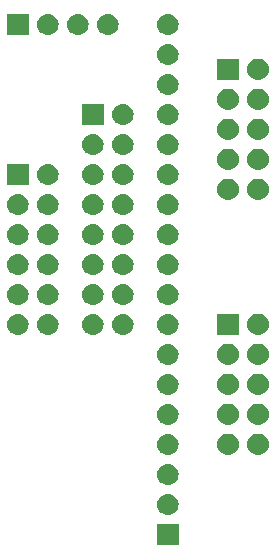
<source format=gbr>
G04 #@! TF.GenerationSoftware,KiCad,Pcbnew,(5.1.0-0)*
G04 #@! TF.CreationDate,2019-04-12T23:41:18+08:00*
G04 #@! TF.ProjectId,Ulticontroller_adapter,556c7469-636f-46e7-9472-6f6c6c65725f,rev?*
G04 #@! TF.SameCoordinates,Original*
G04 #@! TF.FileFunction,Soldermask,Bot*
G04 #@! TF.FilePolarity,Negative*
%FSLAX46Y46*%
G04 Gerber Fmt 4.6, Leading zero omitted, Abs format (unit mm)*
G04 Created by KiCad (PCBNEW (5.1.0-0)) date 2019-04-12 23:41:18*
%MOMM*%
%LPD*%
G04 APERTURE LIST*
%ADD10C,0.100000*%
G04 APERTURE END LIST*
D10*
G36*
X125361000Y-131711000D02*
G01*
X123559000Y-131711000D01*
X123559000Y-129909000D01*
X125361000Y-129909000D01*
X125361000Y-131711000D01*
X125361000Y-131711000D01*
G37*
G36*
X124570442Y-127375518D02*
G01*
X124636627Y-127382037D01*
X124806466Y-127433557D01*
X124962991Y-127517222D01*
X124998729Y-127546552D01*
X125100186Y-127629814D01*
X125183448Y-127731271D01*
X125212778Y-127767009D01*
X125296443Y-127923534D01*
X125347963Y-128093373D01*
X125365359Y-128270000D01*
X125347963Y-128446627D01*
X125296443Y-128616466D01*
X125212778Y-128772991D01*
X125183448Y-128808729D01*
X125100186Y-128910186D01*
X124998729Y-128993448D01*
X124962991Y-129022778D01*
X124806466Y-129106443D01*
X124636627Y-129157963D01*
X124570442Y-129164482D01*
X124504260Y-129171000D01*
X124415740Y-129171000D01*
X124349558Y-129164482D01*
X124283373Y-129157963D01*
X124113534Y-129106443D01*
X123957009Y-129022778D01*
X123921271Y-128993448D01*
X123819814Y-128910186D01*
X123736552Y-128808729D01*
X123707222Y-128772991D01*
X123623557Y-128616466D01*
X123572037Y-128446627D01*
X123554641Y-128270000D01*
X123572037Y-128093373D01*
X123623557Y-127923534D01*
X123707222Y-127767009D01*
X123736552Y-127731271D01*
X123819814Y-127629814D01*
X123921271Y-127546552D01*
X123957009Y-127517222D01*
X124113534Y-127433557D01*
X124283373Y-127382037D01*
X124349558Y-127375518D01*
X124415740Y-127369000D01*
X124504260Y-127369000D01*
X124570442Y-127375518D01*
X124570442Y-127375518D01*
G37*
G36*
X124570443Y-124835519D02*
G01*
X124636627Y-124842037D01*
X124806466Y-124893557D01*
X124962991Y-124977222D01*
X124998729Y-125006552D01*
X125100186Y-125089814D01*
X125183448Y-125191271D01*
X125212778Y-125227009D01*
X125296443Y-125383534D01*
X125347963Y-125553373D01*
X125365359Y-125730000D01*
X125347963Y-125906627D01*
X125296443Y-126076466D01*
X125212778Y-126232991D01*
X125183448Y-126268729D01*
X125100186Y-126370186D01*
X124998729Y-126453448D01*
X124962991Y-126482778D01*
X124806466Y-126566443D01*
X124636627Y-126617963D01*
X124570442Y-126624482D01*
X124504260Y-126631000D01*
X124415740Y-126631000D01*
X124349558Y-126624482D01*
X124283373Y-126617963D01*
X124113534Y-126566443D01*
X123957009Y-126482778D01*
X123921271Y-126453448D01*
X123819814Y-126370186D01*
X123736552Y-126268729D01*
X123707222Y-126232991D01*
X123623557Y-126076466D01*
X123572037Y-125906627D01*
X123554641Y-125730000D01*
X123572037Y-125553373D01*
X123623557Y-125383534D01*
X123707222Y-125227009D01*
X123736552Y-125191271D01*
X123819814Y-125089814D01*
X123921271Y-125006552D01*
X123957009Y-124977222D01*
X124113534Y-124893557D01*
X124283373Y-124842037D01*
X124349557Y-124835519D01*
X124415740Y-124829000D01*
X124504260Y-124829000D01*
X124570443Y-124835519D01*
X124570443Y-124835519D01*
G37*
G36*
X132259294Y-122288633D02*
G01*
X132431695Y-122340931D01*
X132590583Y-122425858D01*
X132729849Y-122540151D01*
X132844142Y-122679417D01*
X132929069Y-122838305D01*
X132981367Y-123010706D01*
X132999025Y-123190000D01*
X132981367Y-123369294D01*
X132929069Y-123541695D01*
X132844142Y-123700583D01*
X132729849Y-123839849D01*
X132590583Y-123954142D01*
X132431695Y-124039069D01*
X132259294Y-124091367D01*
X132124931Y-124104600D01*
X132035069Y-124104600D01*
X131900706Y-124091367D01*
X131728305Y-124039069D01*
X131569417Y-123954142D01*
X131430151Y-123839849D01*
X131315858Y-123700583D01*
X131230931Y-123541695D01*
X131178633Y-123369294D01*
X131160975Y-123190000D01*
X131178633Y-123010706D01*
X131230931Y-122838305D01*
X131315858Y-122679417D01*
X131430151Y-122540151D01*
X131569417Y-122425858D01*
X131728305Y-122340931D01*
X131900706Y-122288633D01*
X132035069Y-122275400D01*
X132124931Y-122275400D01*
X132259294Y-122288633D01*
X132259294Y-122288633D01*
G37*
G36*
X129719294Y-122288633D02*
G01*
X129891695Y-122340931D01*
X130050583Y-122425858D01*
X130189849Y-122540151D01*
X130304142Y-122679417D01*
X130389069Y-122838305D01*
X130441367Y-123010706D01*
X130459025Y-123190000D01*
X130441367Y-123369294D01*
X130389069Y-123541695D01*
X130304142Y-123700583D01*
X130189849Y-123839849D01*
X130050583Y-123954142D01*
X129891695Y-124039069D01*
X129719294Y-124091367D01*
X129584931Y-124104600D01*
X129495069Y-124104600D01*
X129360706Y-124091367D01*
X129188305Y-124039069D01*
X129029417Y-123954142D01*
X128890151Y-123839849D01*
X128775858Y-123700583D01*
X128690931Y-123541695D01*
X128638633Y-123369294D01*
X128620975Y-123190000D01*
X128638633Y-123010706D01*
X128690931Y-122838305D01*
X128775858Y-122679417D01*
X128890151Y-122540151D01*
X129029417Y-122425858D01*
X129188305Y-122340931D01*
X129360706Y-122288633D01*
X129495069Y-122275400D01*
X129584931Y-122275400D01*
X129719294Y-122288633D01*
X129719294Y-122288633D01*
G37*
G36*
X124570443Y-122295519D02*
G01*
X124636627Y-122302037D01*
X124806466Y-122353557D01*
X124962991Y-122437222D01*
X124998729Y-122466552D01*
X125100186Y-122549814D01*
X125183448Y-122651271D01*
X125212778Y-122687009D01*
X125212779Y-122687011D01*
X125293648Y-122838304D01*
X125296443Y-122843534D01*
X125347963Y-123013373D01*
X125365359Y-123190000D01*
X125347963Y-123366627D01*
X125296443Y-123536466D01*
X125296442Y-123536468D01*
X125254611Y-123614728D01*
X125212778Y-123692991D01*
X125206547Y-123700583D01*
X125100186Y-123830186D01*
X124998729Y-123913448D01*
X124962991Y-123942778D01*
X124806466Y-124026443D01*
X124636627Y-124077963D01*
X124570442Y-124084482D01*
X124504260Y-124091000D01*
X124415740Y-124091000D01*
X124349558Y-124084482D01*
X124283373Y-124077963D01*
X124113534Y-124026443D01*
X123957009Y-123942778D01*
X123921271Y-123913448D01*
X123819814Y-123830186D01*
X123713453Y-123700583D01*
X123707222Y-123692991D01*
X123665389Y-123614728D01*
X123623558Y-123536468D01*
X123623557Y-123536466D01*
X123572037Y-123366627D01*
X123554641Y-123190000D01*
X123572037Y-123013373D01*
X123623557Y-122843534D01*
X123626353Y-122838304D01*
X123707221Y-122687011D01*
X123707222Y-122687009D01*
X123736552Y-122651271D01*
X123819814Y-122549814D01*
X123921271Y-122466552D01*
X123957009Y-122437222D01*
X124113534Y-122353557D01*
X124283373Y-122302037D01*
X124349557Y-122295519D01*
X124415740Y-122289000D01*
X124504260Y-122289000D01*
X124570443Y-122295519D01*
X124570443Y-122295519D01*
G37*
G36*
X132259294Y-119748633D02*
G01*
X132431695Y-119800931D01*
X132590583Y-119885858D01*
X132729849Y-120000151D01*
X132844142Y-120139417D01*
X132929069Y-120298305D01*
X132981367Y-120470706D01*
X132999025Y-120650000D01*
X132981367Y-120829294D01*
X132929069Y-121001695D01*
X132844142Y-121160583D01*
X132729849Y-121299849D01*
X132590583Y-121414142D01*
X132431695Y-121499069D01*
X132259294Y-121551367D01*
X132124931Y-121564600D01*
X132035069Y-121564600D01*
X131900706Y-121551367D01*
X131728305Y-121499069D01*
X131569417Y-121414142D01*
X131430151Y-121299849D01*
X131315858Y-121160583D01*
X131230931Y-121001695D01*
X131178633Y-120829294D01*
X131160975Y-120650000D01*
X131178633Y-120470706D01*
X131230931Y-120298305D01*
X131315858Y-120139417D01*
X131430151Y-120000151D01*
X131569417Y-119885858D01*
X131728305Y-119800931D01*
X131900706Y-119748633D01*
X132035069Y-119735400D01*
X132124931Y-119735400D01*
X132259294Y-119748633D01*
X132259294Y-119748633D01*
G37*
G36*
X129719294Y-119748633D02*
G01*
X129891695Y-119800931D01*
X130050583Y-119885858D01*
X130189849Y-120000151D01*
X130304142Y-120139417D01*
X130389069Y-120298305D01*
X130441367Y-120470706D01*
X130459025Y-120650000D01*
X130441367Y-120829294D01*
X130389069Y-121001695D01*
X130304142Y-121160583D01*
X130189849Y-121299849D01*
X130050583Y-121414142D01*
X129891695Y-121499069D01*
X129719294Y-121551367D01*
X129584931Y-121564600D01*
X129495069Y-121564600D01*
X129360706Y-121551367D01*
X129188305Y-121499069D01*
X129029417Y-121414142D01*
X128890151Y-121299849D01*
X128775858Y-121160583D01*
X128690931Y-121001695D01*
X128638633Y-120829294D01*
X128620975Y-120650000D01*
X128638633Y-120470706D01*
X128690931Y-120298305D01*
X128775858Y-120139417D01*
X128890151Y-120000151D01*
X129029417Y-119885858D01*
X129188305Y-119800931D01*
X129360706Y-119748633D01*
X129495069Y-119735400D01*
X129584931Y-119735400D01*
X129719294Y-119748633D01*
X129719294Y-119748633D01*
G37*
G36*
X124570442Y-119755518D02*
G01*
X124636627Y-119762037D01*
X124806466Y-119813557D01*
X124962991Y-119897222D01*
X124998729Y-119926552D01*
X125100186Y-120009814D01*
X125183448Y-120111271D01*
X125212778Y-120147009D01*
X125212779Y-120147011D01*
X125293648Y-120298304D01*
X125296443Y-120303534D01*
X125347963Y-120473373D01*
X125365359Y-120650000D01*
X125347963Y-120826627D01*
X125296443Y-120996466D01*
X125296442Y-120996468D01*
X125254611Y-121074728D01*
X125212778Y-121152991D01*
X125206547Y-121160583D01*
X125100186Y-121290186D01*
X124998729Y-121373448D01*
X124962991Y-121402778D01*
X124806466Y-121486443D01*
X124636627Y-121537963D01*
X124570443Y-121544481D01*
X124504260Y-121551000D01*
X124415740Y-121551000D01*
X124349557Y-121544481D01*
X124283373Y-121537963D01*
X124113534Y-121486443D01*
X123957009Y-121402778D01*
X123921271Y-121373448D01*
X123819814Y-121290186D01*
X123713453Y-121160583D01*
X123707222Y-121152991D01*
X123665390Y-121074729D01*
X123623558Y-120996468D01*
X123623557Y-120996466D01*
X123572037Y-120826627D01*
X123554641Y-120650000D01*
X123572037Y-120473373D01*
X123623557Y-120303534D01*
X123626353Y-120298304D01*
X123707221Y-120147011D01*
X123707222Y-120147009D01*
X123736552Y-120111271D01*
X123819814Y-120009814D01*
X123921271Y-119926552D01*
X123957009Y-119897222D01*
X124113534Y-119813557D01*
X124283373Y-119762037D01*
X124349558Y-119755518D01*
X124415740Y-119749000D01*
X124504260Y-119749000D01*
X124570442Y-119755518D01*
X124570442Y-119755518D01*
G37*
G36*
X132259294Y-117208633D02*
G01*
X132431695Y-117260931D01*
X132590583Y-117345858D01*
X132729849Y-117460151D01*
X132844142Y-117599417D01*
X132929069Y-117758305D01*
X132981367Y-117930706D01*
X132999025Y-118110000D01*
X132981367Y-118289294D01*
X132929069Y-118461695D01*
X132844142Y-118620583D01*
X132729849Y-118759849D01*
X132590583Y-118874142D01*
X132431695Y-118959069D01*
X132259294Y-119011367D01*
X132124931Y-119024600D01*
X132035069Y-119024600D01*
X131900706Y-119011367D01*
X131728305Y-118959069D01*
X131569417Y-118874142D01*
X131430151Y-118759849D01*
X131315858Y-118620583D01*
X131230931Y-118461695D01*
X131178633Y-118289294D01*
X131160975Y-118110000D01*
X131178633Y-117930706D01*
X131230931Y-117758305D01*
X131315858Y-117599417D01*
X131430151Y-117460151D01*
X131569417Y-117345858D01*
X131728305Y-117260931D01*
X131900706Y-117208633D01*
X132035069Y-117195400D01*
X132124931Y-117195400D01*
X132259294Y-117208633D01*
X132259294Y-117208633D01*
G37*
G36*
X129719294Y-117208633D02*
G01*
X129891695Y-117260931D01*
X130050583Y-117345858D01*
X130189849Y-117460151D01*
X130304142Y-117599417D01*
X130389069Y-117758305D01*
X130441367Y-117930706D01*
X130459025Y-118110000D01*
X130441367Y-118289294D01*
X130389069Y-118461695D01*
X130304142Y-118620583D01*
X130189849Y-118759849D01*
X130050583Y-118874142D01*
X129891695Y-118959069D01*
X129719294Y-119011367D01*
X129584931Y-119024600D01*
X129495069Y-119024600D01*
X129360706Y-119011367D01*
X129188305Y-118959069D01*
X129029417Y-118874142D01*
X128890151Y-118759849D01*
X128775858Y-118620583D01*
X128690931Y-118461695D01*
X128638633Y-118289294D01*
X128620975Y-118110000D01*
X128638633Y-117930706D01*
X128690931Y-117758305D01*
X128775858Y-117599417D01*
X128890151Y-117460151D01*
X129029417Y-117345858D01*
X129188305Y-117260931D01*
X129360706Y-117208633D01*
X129495069Y-117195400D01*
X129584931Y-117195400D01*
X129719294Y-117208633D01*
X129719294Y-117208633D01*
G37*
G36*
X124570443Y-117215519D02*
G01*
X124636627Y-117222037D01*
X124806466Y-117273557D01*
X124962991Y-117357222D01*
X124998729Y-117386552D01*
X125100186Y-117469814D01*
X125183448Y-117571271D01*
X125212778Y-117607009D01*
X125212779Y-117607011D01*
X125293648Y-117758304D01*
X125296443Y-117763534D01*
X125347963Y-117933373D01*
X125365359Y-118110000D01*
X125347963Y-118286627D01*
X125296443Y-118456466D01*
X125296442Y-118456468D01*
X125254611Y-118534728D01*
X125212778Y-118612991D01*
X125206547Y-118620583D01*
X125100186Y-118750186D01*
X124998729Y-118833448D01*
X124962991Y-118862778D01*
X124806466Y-118946443D01*
X124636627Y-118997963D01*
X124570443Y-119004481D01*
X124504260Y-119011000D01*
X124415740Y-119011000D01*
X124349557Y-119004481D01*
X124283373Y-118997963D01*
X124113534Y-118946443D01*
X123957009Y-118862778D01*
X123921271Y-118833448D01*
X123819814Y-118750186D01*
X123713453Y-118620583D01*
X123707222Y-118612991D01*
X123665389Y-118534728D01*
X123623558Y-118456468D01*
X123623557Y-118456466D01*
X123572037Y-118286627D01*
X123554641Y-118110000D01*
X123572037Y-117933373D01*
X123623557Y-117763534D01*
X123626353Y-117758304D01*
X123707221Y-117607011D01*
X123707222Y-117607009D01*
X123736552Y-117571271D01*
X123819814Y-117469814D01*
X123921271Y-117386552D01*
X123957009Y-117357222D01*
X124113534Y-117273557D01*
X124283373Y-117222037D01*
X124349557Y-117215519D01*
X124415740Y-117209000D01*
X124504260Y-117209000D01*
X124570443Y-117215519D01*
X124570443Y-117215519D01*
G37*
G36*
X132259294Y-114668633D02*
G01*
X132431695Y-114720931D01*
X132590583Y-114805858D01*
X132729849Y-114920151D01*
X132844142Y-115059417D01*
X132929069Y-115218305D01*
X132981367Y-115390706D01*
X132999025Y-115570000D01*
X132981367Y-115749294D01*
X132929069Y-115921695D01*
X132844142Y-116080583D01*
X132729849Y-116219849D01*
X132590583Y-116334142D01*
X132431695Y-116419069D01*
X132259294Y-116471367D01*
X132124931Y-116484600D01*
X132035069Y-116484600D01*
X131900706Y-116471367D01*
X131728305Y-116419069D01*
X131569417Y-116334142D01*
X131430151Y-116219849D01*
X131315858Y-116080583D01*
X131230931Y-115921695D01*
X131178633Y-115749294D01*
X131160975Y-115570000D01*
X131178633Y-115390706D01*
X131230931Y-115218305D01*
X131315858Y-115059417D01*
X131430151Y-114920151D01*
X131569417Y-114805858D01*
X131728305Y-114720931D01*
X131900706Y-114668633D01*
X132035069Y-114655400D01*
X132124931Y-114655400D01*
X132259294Y-114668633D01*
X132259294Y-114668633D01*
G37*
G36*
X129719294Y-114668633D02*
G01*
X129891695Y-114720931D01*
X130050583Y-114805858D01*
X130189849Y-114920151D01*
X130304142Y-115059417D01*
X130389069Y-115218305D01*
X130441367Y-115390706D01*
X130459025Y-115570000D01*
X130441367Y-115749294D01*
X130389069Y-115921695D01*
X130304142Y-116080583D01*
X130189849Y-116219849D01*
X130050583Y-116334142D01*
X129891695Y-116419069D01*
X129719294Y-116471367D01*
X129584931Y-116484600D01*
X129495069Y-116484600D01*
X129360706Y-116471367D01*
X129188305Y-116419069D01*
X129029417Y-116334142D01*
X128890151Y-116219849D01*
X128775858Y-116080583D01*
X128690931Y-115921695D01*
X128638633Y-115749294D01*
X128620975Y-115570000D01*
X128638633Y-115390706D01*
X128690931Y-115218305D01*
X128775858Y-115059417D01*
X128890151Y-114920151D01*
X129029417Y-114805858D01*
X129188305Y-114720931D01*
X129360706Y-114668633D01*
X129495069Y-114655400D01*
X129584931Y-114655400D01*
X129719294Y-114668633D01*
X129719294Y-114668633D01*
G37*
G36*
X124570443Y-114675519D02*
G01*
X124636627Y-114682037D01*
X124806466Y-114733557D01*
X124962991Y-114817222D01*
X124998729Y-114846552D01*
X125100186Y-114929814D01*
X125183448Y-115031271D01*
X125212778Y-115067009D01*
X125212779Y-115067011D01*
X125293648Y-115218304D01*
X125296443Y-115223534D01*
X125347963Y-115393373D01*
X125365359Y-115570000D01*
X125347963Y-115746627D01*
X125296443Y-115916466D01*
X125296442Y-115916468D01*
X125254610Y-115994729D01*
X125212778Y-116072991D01*
X125206547Y-116080583D01*
X125100186Y-116210186D01*
X124998729Y-116293448D01*
X124962991Y-116322778D01*
X124806466Y-116406443D01*
X124636627Y-116457963D01*
X124570442Y-116464482D01*
X124504260Y-116471000D01*
X124415740Y-116471000D01*
X124349558Y-116464482D01*
X124283373Y-116457963D01*
X124113534Y-116406443D01*
X123957009Y-116322778D01*
X123921271Y-116293448D01*
X123819814Y-116210186D01*
X123713453Y-116080583D01*
X123707222Y-116072991D01*
X123665390Y-115994729D01*
X123623558Y-115916468D01*
X123623557Y-115916466D01*
X123572037Y-115746627D01*
X123554641Y-115570000D01*
X123572037Y-115393373D01*
X123623557Y-115223534D01*
X123626353Y-115218304D01*
X123707221Y-115067011D01*
X123707222Y-115067009D01*
X123736552Y-115031271D01*
X123819814Y-114929814D01*
X123921271Y-114846552D01*
X123957009Y-114817222D01*
X124113534Y-114733557D01*
X124283373Y-114682037D01*
X124349557Y-114675519D01*
X124415740Y-114669000D01*
X124504260Y-114669000D01*
X124570443Y-114675519D01*
X124570443Y-114675519D01*
G37*
G36*
X130454600Y-113944600D02*
G01*
X128625400Y-113944600D01*
X128625400Y-112115400D01*
X130454600Y-112115400D01*
X130454600Y-113944600D01*
X130454600Y-113944600D01*
G37*
G36*
X132259294Y-112128633D02*
G01*
X132431695Y-112180931D01*
X132590583Y-112265858D01*
X132729849Y-112380151D01*
X132844142Y-112519417D01*
X132929069Y-112678305D01*
X132981367Y-112850706D01*
X132999025Y-113030000D01*
X132981367Y-113209294D01*
X132929069Y-113381695D01*
X132844142Y-113540583D01*
X132729849Y-113679849D01*
X132590583Y-113794142D01*
X132431695Y-113879069D01*
X132259294Y-113931367D01*
X132124931Y-113944600D01*
X132035069Y-113944600D01*
X131900706Y-113931367D01*
X131728305Y-113879069D01*
X131569417Y-113794142D01*
X131430151Y-113679849D01*
X131315858Y-113540583D01*
X131230931Y-113381695D01*
X131178633Y-113209294D01*
X131160975Y-113030000D01*
X131178633Y-112850706D01*
X131230931Y-112678305D01*
X131315858Y-112519417D01*
X131430151Y-112380151D01*
X131569417Y-112265858D01*
X131728305Y-112180931D01*
X131900706Y-112128633D01*
X132035069Y-112115400D01*
X132124931Y-112115400D01*
X132259294Y-112128633D01*
X132259294Y-112128633D01*
G37*
G36*
X124570443Y-112135519D02*
G01*
X124636627Y-112142037D01*
X124806466Y-112193557D01*
X124962991Y-112277222D01*
X124998729Y-112306552D01*
X125100186Y-112389814D01*
X125183448Y-112491271D01*
X125212778Y-112527009D01*
X125212779Y-112527011D01*
X125293648Y-112678304D01*
X125296443Y-112683534D01*
X125347963Y-112853373D01*
X125365359Y-113030000D01*
X125347963Y-113206627D01*
X125296443Y-113376466D01*
X125296442Y-113376468D01*
X125254611Y-113454728D01*
X125212778Y-113532991D01*
X125206547Y-113540583D01*
X125100186Y-113670186D01*
X124998729Y-113753448D01*
X124962991Y-113782778D01*
X124806466Y-113866443D01*
X124636627Y-113917963D01*
X124570443Y-113924481D01*
X124504260Y-113931000D01*
X124415740Y-113931000D01*
X124349557Y-113924481D01*
X124283373Y-113917963D01*
X124113534Y-113866443D01*
X123957009Y-113782778D01*
X123921271Y-113753448D01*
X123819814Y-113670186D01*
X123713453Y-113540583D01*
X123707222Y-113532991D01*
X123665390Y-113454729D01*
X123623558Y-113376468D01*
X123623557Y-113376466D01*
X123572037Y-113206627D01*
X123554641Y-113030000D01*
X123572037Y-112853373D01*
X123623557Y-112683534D01*
X123626353Y-112678304D01*
X123707221Y-112527011D01*
X123707222Y-112527009D01*
X123736552Y-112491271D01*
X123819814Y-112389814D01*
X123921271Y-112306552D01*
X123957009Y-112277222D01*
X124113534Y-112193557D01*
X124283373Y-112142037D01*
X124349557Y-112135519D01*
X124415740Y-112129000D01*
X124504260Y-112129000D01*
X124570443Y-112135519D01*
X124570443Y-112135519D01*
G37*
G36*
X120760443Y-112135519D02*
G01*
X120826627Y-112142037D01*
X120996466Y-112193557D01*
X121152991Y-112277222D01*
X121188729Y-112306552D01*
X121290186Y-112389814D01*
X121373448Y-112491271D01*
X121402778Y-112527009D01*
X121402779Y-112527011D01*
X121483648Y-112678304D01*
X121486443Y-112683534D01*
X121537963Y-112853373D01*
X121555359Y-113030000D01*
X121537963Y-113206627D01*
X121486443Y-113376466D01*
X121486442Y-113376468D01*
X121444611Y-113454728D01*
X121402778Y-113532991D01*
X121396547Y-113540583D01*
X121290186Y-113670186D01*
X121188729Y-113753448D01*
X121152991Y-113782778D01*
X120996466Y-113866443D01*
X120826627Y-113917963D01*
X120760443Y-113924481D01*
X120694260Y-113931000D01*
X120605740Y-113931000D01*
X120539557Y-113924481D01*
X120473373Y-113917963D01*
X120303534Y-113866443D01*
X120147009Y-113782778D01*
X120111271Y-113753448D01*
X120009814Y-113670186D01*
X119903453Y-113540583D01*
X119897222Y-113532991D01*
X119855390Y-113454729D01*
X119813558Y-113376468D01*
X119813557Y-113376466D01*
X119762037Y-113206627D01*
X119744641Y-113030000D01*
X119762037Y-112853373D01*
X119813557Y-112683534D01*
X119816353Y-112678304D01*
X119897221Y-112527011D01*
X119897222Y-112527009D01*
X119926552Y-112491271D01*
X120009814Y-112389814D01*
X120111271Y-112306552D01*
X120147009Y-112277222D01*
X120303534Y-112193557D01*
X120473373Y-112142037D01*
X120539557Y-112135519D01*
X120605740Y-112129000D01*
X120694260Y-112129000D01*
X120760443Y-112135519D01*
X120760443Y-112135519D01*
G37*
G36*
X118220443Y-112135519D02*
G01*
X118286627Y-112142037D01*
X118456466Y-112193557D01*
X118612991Y-112277222D01*
X118648729Y-112306552D01*
X118750186Y-112389814D01*
X118833448Y-112491271D01*
X118862778Y-112527009D01*
X118862779Y-112527011D01*
X118943648Y-112678304D01*
X118946443Y-112683534D01*
X118997963Y-112853373D01*
X119015359Y-113030000D01*
X118997963Y-113206627D01*
X118946443Y-113376466D01*
X118946442Y-113376468D01*
X118904611Y-113454728D01*
X118862778Y-113532991D01*
X118856547Y-113540583D01*
X118750186Y-113670186D01*
X118648729Y-113753448D01*
X118612991Y-113782778D01*
X118456466Y-113866443D01*
X118286627Y-113917963D01*
X118220443Y-113924481D01*
X118154260Y-113931000D01*
X118065740Y-113931000D01*
X117999557Y-113924481D01*
X117933373Y-113917963D01*
X117763534Y-113866443D01*
X117607009Y-113782778D01*
X117571271Y-113753448D01*
X117469814Y-113670186D01*
X117363453Y-113540583D01*
X117357222Y-113532991D01*
X117315390Y-113454729D01*
X117273558Y-113376468D01*
X117273557Y-113376466D01*
X117222037Y-113206627D01*
X117204641Y-113030000D01*
X117222037Y-112853373D01*
X117273557Y-112683534D01*
X117276353Y-112678304D01*
X117357221Y-112527011D01*
X117357222Y-112527009D01*
X117386552Y-112491271D01*
X117469814Y-112389814D01*
X117571271Y-112306552D01*
X117607009Y-112277222D01*
X117763534Y-112193557D01*
X117933373Y-112142037D01*
X117999557Y-112135519D01*
X118065740Y-112129000D01*
X118154260Y-112129000D01*
X118220443Y-112135519D01*
X118220443Y-112135519D01*
G37*
G36*
X114410443Y-112135519D02*
G01*
X114476627Y-112142037D01*
X114646466Y-112193557D01*
X114802991Y-112277222D01*
X114838729Y-112306552D01*
X114940186Y-112389814D01*
X115023448Y-112491271D01*
X115052778Y-112527009D01*
X115052779Y-112527011D01*
X115133648Y-112678304D01*
X115136443Y-112683534D01*
X115187963Y-112853373D01*
X115205359Y-113030000D01*
X115187963Y-113206627D01*
X115136443Y-113376466D01*
X115136442Y-113376468D01*
X115094611Y-113454728D01*
X115052778Y-113532991D01*
X115046547Y-113540583D01*
X114940186Y-113670186D01*
X114838729Y-113753448D01*
X114802991Y-113782778D01*
X114646466Y-113866443D01*
X114476627Y-113917963D01*
X114410443Y-113924481D01*
X114344260Y-113931000D01*
X114255740Y-113931000D01*
X114189557Y-113924481D01*
X114123373Y-113917963D01*
X113953534Y-113866443D01*
X113797009Y-113782778D01*
X113761271Y-113753448D01*
X113659814Y-113670186D01*
X113553453Y-113540583D01*
X113547222Y-113532991D01*
X113505390Y-113454729D01*
X113463558Y-113376468D01*
X113463557Y-113376466D01*
X113412037Y-113206627D01*
X113394641Y-113030000D01*
X113412037Y-112853373D01*
X113463557Y-112683534D01*
X113466353Y-112678304D01*
X113547221Y-112527011D01*
X113547222Y-112527009D01*
X113576552Y-112491271D01*
X113659814Y-112389814D01*
X113761271Y-112306552D01*
X113797009Y-112277222D01*
X113953534Y-112193557D01*
X114123373Y-112142037D01*
X114189557Y-112135519D01*
X114255740Y-112129000D01*
X114344260Y-112129000D01*
X114410443Y-112135519D01*
X114410443Y-112135519D01*
G37*
G36*
X111870443Y-112135519D02*
G01*
X111936627Y-112142037D01*
X112106466Y-112193557D01*
X112262991Y-112277222D01*
X112298729Y-112306552D01*
X112400186Y-112389814D01*
X112483448Y-112491271D01*
X112512778Y-112527009D01*
X112512779Y-112527011D01*
X112593648Y-112678304D01*
X112596443Y-112683534D01*
X112647963Y-112853373D01*
X112665359Y-113030000D01*
X112647963Y-113206627D01*
X112596443Y-113376466D01*
X112596442Y-113376468D01*
X112554611Y-113454728D01*
X112512778Y-113532991D01*
X112506547Y-113540583D01*
X112400186Y-113670186D01*
X112298729Y-113753448D01*
X112262991Y-113782778D01*
X112106466Y-113866443D01*
X111936627Y-113917963D01*
X111870443Y-113924481D01*
X111804260Y-113931000D01*
X111715740Y-113931000D01*
X111649557Y-113924481D01*
X111583373Y-113917963D01*
X111413534Y-113866443D01*
X111257009Y-113782778D01*
X111221271Y-113753448D01*
X111119814Y-113670186D01*
X111013453Y-113540583D01*
X111007222Y-113532991D01*
X110965390Y-113454729D01*
X110923558Y-113376468D01*
X110923557Y-113376466D01*
X110872037Y-113206627D01*
X110854641Y-113030000D01*
X110872037Y-112853373D01*
X110923557Y-112683534D01*
X110926353Y-112678304D01*
X111007221Y-112527011D01*
X111007222Y-112527009D01*
X111036552Y-112491271D01*
X111119814Y-112389814D01*
X111221271Y-112306552D01*
X111257009Y-112277222D01*
X111413534Y-112193557D01*
X111583373Y-112142037D01*
X111649557Y-112135519D01*
X111715740Y-112129000D01*
X111804260Y-112129000D01*
X111870443Y-112135519D01*
X111870443Y-112135519D01*
G37*
G36*
X114410442Y-109595518D02*
G01*
X114476627Y-109602037D01*
X114646466Y-109653557D01*
X114802991Y-109737222D01*
X114838729Y-109766552D01*
X114940186Y-109849814D01*
X115023448Y-109951271D01*
X115052778Y-109987009D01*
X115136443Y-110143534D01*
X115187963Y-110313373D01*
X115205359Y-110490000D01*
X115187963Y-110666627D01*
X115136443Y-110836466D01*
X115052778Y-110992991D01*
X115023448Y-111028729D01*
X114940186Y-111130186D01*
X114838729Y-111213448D01*
X114802991Y-111242778D01*
X114646466Y-111326443D01*
X114476627Y-111377963D01*
X114410443Y-111384481D01*
X114344260Y-111391000D01*
X114255740Y-111391000D01*
X114189557Y-111384481D01*
X114123373Y-111377963D01*
X113953534Y-111326443D01*
X113797009Y-111242778D01*
X113761271Y-111213448D01*
X113659814Y-111130186D01*
X113576552Y-111028729D01*
X113547222Y-110992991D01*
X113463557Y-110836466D01*
X113412037Y-110666627D01*
X113394641Y-110490000D01*
X113412037Y-110313373D01*
X113463557Y-110143534D01*
X113547222Y-109987009D01*
X113576552Y-109951271D01*
X113659814Y-109849814D01*
X113761271Y-109766552D01*
X113797009Y-109737222D01*
X113953534Y-109653557D01*
X114123373Y-109602037D01*
X114189558Y-109595518D01*
X114255740Y-109589000D01*
X114344260Y-109589000D01*
X114410442Y-109595518D01*
X114410442Y-109595518D01*
G37*
G36*
X124570442Y-109595518D02*
G01*
X124636627Y-109602037D01*
X124806466Y-109653557D01*
X124962991Y-109737222D01*
X124998729Y-109766552D01*
X125100186Y-109849814D01*
X125183448Y-109951271D01*
X125212778Y-109987009D01*
X125296443Y-110143534D01*
X125347963Y-110313373D01*
X125365359Y-110490000D01*
X125347963Y-110666627D01*
X125296443Y-110836466D01*
X125212778Y-110992991D01*
X125183448Y-111028729D01*
X125100186Y-111130186D01*
X124998729Y-111213448D01*
X124962991Y-111242778D01*
X124806466Y-111326443D01*
X124636627Y-111377963D01*
X124570443Y-111384481D01*
X124504260Y-111391000D01*
X124415740Y-111391000D01*
X124349557Y-111384481D01*
X124283373Y-111377963D01*
X124113534Y-111326443D01*
X123957009Y-111242778D01*
X123921271Y-111213448D01*
X123819814Y-111130186D01*
X123736552Y-111028729D01*
X123707222Y-110992991D01*
X123623557Y-110836466D01*
X123572037Y-110666627D01*
X123554641Y-110490000D01*
X123572037Y-110313373D01*
X123623557Y-110143534D01*
X123707222Y-109987009D01*
X123736552Y-109951271D01*
X123819814Y-109849814D01*
X123921271Y-109766552D01*
X123957009Y-109737222D01*
X124113534Y-109653557D01*
X124283373Y-109602037D01*
X124349558Y-109595518D01*
X124415740Y-109589000D01*
X124504260Y-109589000D01*
X124570442Y-109595518D01*
X124570442Y-109595518D01*
G37*
G36*
X111870442Y-109595518D02*
G01*
X111936627Y-109602037D01*
X112106466Y-109653557D01*
X112262991Y-109737222D01*
X112298729Y-109766552D01*
X112400186Y-109849814D01*
X112483448Y-109951271D01*
X112512778Y-109987009D01*
X112596443Y-110143534D01*
X112647963Y-110313373D01*
X112665359Y-110490000D01*
X112647963Y-110666627D01*
X112596443Y-110836466D01*
X112512778Y-110992991D01*
X112483448Y-111028729D01*
X112400186Y-111130186D01*
X112298729Y-111213448D01*
X112262991Y-111242778D01*
X112106466Y-111326443D01*
X111936627Y-111377963D01*
X111870443Y-111384481D01*
X111804260Y-111391000D01*
X111715740Y-111391000D01*
X111649557Y-111384481D01*
X111583373Y-111377963D01*
X111413534Y-111326443D01*
X111257009Y-111242778D01*
X111221271Y-111213448D01*
X111119814Y-111130186D01*
X111036552Y-111028729D01*
X111007222Y-110992991D01*
X110923557Y-110836466D01*
X110872037Y-110666627D01*
X110854641Y-110490000D01*
X110872037Y-110313373D01*
X110923557Y-110143534D01*
X111007222Y-109987009D01*
X111036552Y-109951271D01*
X111119814Y-109849814D01*
X111221271Y-109766552D01*
X111257009Y-109737222D01*
X111413534Y-109653557D01*
X111583373Y-109602037D01*
X111649558Y-109595518D01*
X111715740Y-109589000D01*
X111804260Y-109589000D01*
X111870442Y-109595518D01*
X111870442Y-109595518D01*
G37*
G36*
X118220442Y-109595518D02*
G01*
X118286627Y-109602037D01*
X118456466Y-109653557D01*
X118612991Y-109737222D01*
X118648729Y-109766552D01*
X118750186Y-109849814D01*
X118833448Y-109951271D01*
X118862778Y-109987009D01*
X118946443Y-110143534D01*
X118997963Y-110313373D01*
X119015359Y-110490000D01*
X118997963Y-110666627D01*
X118946443Y-110836466D01*
X118862778Y-110992991D01*
X118833448Y-111028729D01*
X118750186Y-111130186D01*
X118648729Y-111213448D01*
X118612991Y-111242778D01*
X118456466Y-111326443D01*
X118286627Y-111377963D01*
X118220443Y-111384481D01*
X118154260Y-111391000D01*
X118065740Y-111391000D01*
X117999557Y-111384481D01*
X117933373Y-111377963D01*
X117763534Y-111326443D01*
X117607009Y-111242778D01*
X117571271Y-111213448D01*
X117469814Y-111130186D01*
X117386552Y-111028729D01*
X117357222Y-110992991D01*
X117273557Y-110836466D01*
X117222037Y-110666627D01*
X117204641Y-110490000D01*
X117222037Y-110313373D01*
X117273557Y-110143534D01*
X117357222Y-109987009D01*
X117386552Y-109951271D01*
X117469814Y-109849814D01*
X117571271Y-109766552D01*
X117607009Y-109737222D01*
X117763534Y-109653557D01*
X117933373Y-109602037D01*
X117999558Y-109595518D01*
X118065740Y-109589000D01*
X118154260Y-109589000D01*
X118220442Y-109595518D01*
X118220442Y-109595518D01*
G37*
G36*
X120760442Y-109595518D02*
G01*
X120826627Y-109602037D01*
X120996466Y-109653557D01*
X121152991Y-109737222D01*
X121188729Y-109766552D01*
X121290186Y-109849814D01*
X121373448Y-109951271D01*
X121402778Y-109987009D01*
X121486443Y-110143534D01*
X121537963Y-110313373D01*
X121555359Y-110490000D01*
X121537963Y-110666627D01*
X121486443Y-110836466D01*
X121402778Y-110992991D01*
X121373448Y-111028729D01*
X121290186Y-111130186D01*
X121188729Y-111213448D01*
X121152991Y-111242778D01*
X120996466Y-111326443D01*
X120826627Y-111377963D01*
X120760443Y-111384481D01*
X120694260Y-111391000D01*
X120605740Y-111391000D01*
X120539557Y-111384481D01*
X120473373Y-111377963D01*
X120303534Y-111326443D01*
X120147009Y-111242778D01*
X120111271Y-111213448D01*
X120009814Y-111130186D01*
X119926552Y-111028729D01*
X119897222Y-110992991D01*
X119813557Y-110836466D01*
X119762037Y-110666627D01*
X119744641Y-110490000D01*
X119762037Y-110313373D01*
X119813557Y-110143534D01*
X119897222Y-109987009D01*
X119926552Y-109951271D01*
X120009814Y-109849814D01*
X120111271Y-109766552D01*
X120147009Y-109737222D01*
X120303534Y-109653557D01*
X120473373Y-109602037D01*
X120539558Y-109595518D01*
X120605740Y-109589000D01*
X120694260Y-109589000D01*
X120760442Y-109595518D01*
X120760442Y-109595518D01*
G37*
G36*
X111870442Y-107055518D02*
G01*
X111936627Y-107062037D01*
X112106466Y-107113557D01*
X112262991Y-107197222D01*
X112298729Y-107226552D01*
X112400186Y-107309814D01*
X112483448Y-107411271D01*
X112512778Y-107447009D01*
X112596443Y-107603534D01*
X112647963Y-107773373D01*
X112665359Y-107950000D01*
X112647963Y-108126627D01*
X112596443Y-108296466D01*
X112512778Y-108452991D01*
X112483448Y-108488729D01*
X112400186Y-108590186D01*
X112298729Y-108673448D01*
X112262991Y-108702778D01*
X112106466Y-108786443D01*
X111936627Y-108837963D01*
X111870442Y-108844482D01*
X111804260Y-108851000D01*
X111715740Y-108851000D01*
X111649558Y-108844482D01*
X111583373Y-108837963D01*
X111413534Y-108786443D01*
X111257009Y-108702778D01*
X111221271Y-108673448D01*
X111119814Y-108590186D01*
X111036552Y-108488729D01*
X111007222Y-108452991D01*
X110923557Y-108296466D01*
X110872037Y-108126627D01*
X110854641Y-107950000D01*
X110872037Y-107773373D01*
X110923557Y-107603534D01*
X111007222Y-107447009D01*
X111036552Y-107411271D01*
X111119814Y-107309814D01*
X111221271Y-107226552D01*
X111257009Y-107197222D01*
X111413534Y-107113557D01*
X111583373Y-107062037D01*
X111649558Y-107055518D01*
X111715740Y-107049000D01*
X111804260Y-107049000D01*
X111870442Y-107055518D01*
X111870442Y-107055518D01*
G37*
G36*
X118220442Y-107055518D02*
G01*
X118286627Y-107062037D01*
X118456466Y-107113557D01*
X118612991Y-107197222D01*
X118648729Y-107226552D01*
X118750186Y-107309814D01*
X118833448Y-107411271D01*
X118862778Y-107447009D01*
X118946443Y-107603534D01*
X118997963Y-107773373D01*
X119015359Y-107950000D01*
X118997963Y-108126627D01*
X118946443Y-108296466D01*
X118862778Y-108452991D01*
X118833448Y-108488729D01*
X118750186Y-108590186D01*
X118648729Y-108673448D01*
X118612991Y-108702778D01*
X118456466Y-108786443D01*
X118286627Y-108837963D01*
X118220442Y-108844482D01*
X118154260Y-108851000D01*
X118065740Y-108851000D01*
X117999558Y-108844482D01*
X117933373Y-108837963D01*
X117763534Y-108786443D01*
X117607009Y-108702778D01*
X117571271Y-108673448D01*
X117469814Y-108590186D01*
X117386552Y-108488729D01*
X117357222Y-108452991D01*
X117273557Y-108296466D01*
X117222037Y-108126627D01*
X117204641Y-107950000D01*
X117222037Y-107773373D01*
X117273557Y-107603534D01*
X117357222Y-107447009D01*
X117386552Y-107411271D01*
X117469814Y-107309814D01*
X117571271Y-107226552D01*
X117607009Y-107197222D01*
X117763534Y-107113557D01*
X117933373Y-107062037D01*
X117999558Y-107055518D01*
X118065740Y-107049000D01*
X118154260Y-107049000D01*
X118220442Y-107055518D01*
X118220442Y-107055518D01*
G37*
G36*
X120760442Y-107055518D02*
G01*
X120826627Y-107062037D01*
X120996466Y-107113557D01*
X121152991Y-107197222D01*
X121188729Y-107226552D01*
X121290186Y-107309814D01*
X121373448Y-107411271D01*
X121402778Y-107447009D01*
X121486443Y-107603534D01*
X121537963Y-107773373D01*
X121555359Y-107950000D01*
X121537963Y-108126627D01*
X121486443Y-108296466D01*
X121402778Y-108452991D01*
X121373448Y-108488729D01*
X121290186Y-108590186D01*
X121188729Y-108673448D01*
X121152991Y-108702778D01*
X120996466Y-108786443D01*
X120826627Y-108837963D01*
X120760442Y-108844482D01*
X120694260Y-108851000D01*
X120605740Y-108851000D01*
X120539558Y-108844482D01*
X120473373Y-108837963D01*
X120303534Y-108786443D01*
X120147009Y-108702778D01*
X120111271Y-108673448D01*
X120009814Y-108590186D01*
X119926552Y-108488729D01*
X119897222Y-108452991D01*
X119813557Y-108296466D01*
X119762037Y-108126627D01*
X119744641Y-107950000D01*
X119762037Y-107773373D01*
X119813557Y-107603534D01*
X119897222Y-107447009D01*
X119926552Y-107411271D01*
X120009814Y-107309814D01*
X120111271Y-107226552D01*
X120147009Y-107197222D01*
X120303534Y-107113557D01*
X120473373Y-107062037D01*
X120539558Y-107055518D01*
X120605740Y-107049000D01*
X120694260Y-107049000D01*
X120760442Y-107055518D01*
X120760442Y-107055518D01*
G37*
G36*
X114410442Y-107055518D02*
G01*
X114476627Y-107062037D01*
X114646466Y-107113557D01*
X114802991Y-107197222D01*
X114838729Y-107226552D01*
X114940186Y-107309814D01*
X115023448Y-107411271D01*
X115052778Y-107447009D01*
X115136443Y-107603534D01*
X115187963Y-107773373D01*
X115205359Y-107950000D01*
X115187963Y-108126627D01*
X115136443Y-108296466D01*
X115052778Y-108452991D01*
X115023448Y-108488729D01*
X114940186Y-108590186D01*
X114838729Y-108673448D01*
X114802991Y-108702778D01*
X114646466Y-108786443D01*
X114476627Y-108837963D01*
X114410442Y-108844482D01*
X114344260Y-108851000D01*
X114255740Y-108851000D01*
X114189558Y-108844482D01*
X114123373Y-108837963D01*
X113953534Y-108786443D01*
X113797009Y-108702778D01*
X113761271Y-108673448D01*
X113659814Y-108590186D01*
X113576552Y-108488729D01*
X113547222Y-108452991D01*
X113463557Y-108296466D01*
X113412037Y-108126627D01*
X113394641Y-107950000D01*
X113412037Y-107773373D01*
X113463557Y-107603534D01*
X113547222Y-107447009D01*
X113576552Y-107411271D01*
X113659814Y-107309814D01*
X113761271Y-107226552D01*
X113797009Y-107197222D01*
X113953534Y-107113557D01*
X114123373Y-107062037D01*
X114189558Y-107055518D01*
X114255740Y-107049000D01*
X114344260Y-107049000D01*
X114410442Y-107055518D01*
X114410442Y-107055518D01*
G37*
G36*
X124570442Y-107055518D02*
G01*
X124636627Y-107062037D01*
X124806466Y-107113557D01*
X124962991Y-107197222D01*
X124998729Y-107226552D01*
X125100186Y-107309814D01*
X125183448Y-107411271D01*
X125212778Y-107447009D01*
X125296443Y-107603534D01*
X125347963Y-107773373D01*
X125365359Y-107950000D01*
X125347963Y-108126627D01*
X125296443Y-108296466D01*
X125212778Y-108452991D01*
X125183448Y-108488729D01*
X125100186Y-108590186D01*
X124998729Y-108673448D01*
X124962991Y-108702778D01*
X124806466Y-108786443D01*
X124636627Y-108837963D01*
X124570442Y-108844482D01*
X124504260Y-108851000D01*
X124415740Y-108851000D01*
X124349558Y-108844482D01*
X124283373Y-108837963D01*
X124113534Y-108786443D01*
X123957009Y-108702778D01*
X123921271Y-108673448D01*
X123819814Y-108590186D01*
X123736552Y-108488729D01*
X123707222Y-108452991D01*
X123623557Y-108296466D01*
X123572037Y-108126627D01*
X123554641Y-107950000D01*
X123572037Y-107773373D01*
X123623557Y-107603534D01*
X123707222Y-107447009D01*
X123736552Y-107411271D01*
X123819814Y-107309814D01*
X123921271Y-107226552D01*
X123957009Y-107197222D01*
X124113534Y-107113557D01*
X124283373Y-107062037D01*
X124349558Y-107055518D01*
X124415740Y-107049000D01*
X124504260Y-107049000D01*
X124570442Y-107055518D01*
X124570442Y-107055518D01*
G37*
G36*
X124570443Y-104515519D02*
G01*
X124636627Y-104522037D01*
X124806466Y-104573557D01*
X124962991Y-104657222D01*
X124998729Y-104686552D01*
X125100186Y-104769814D01*
X125183448Y-104871271D01*
X125212778Y-104907009D01*
X125296443Y-105063534D01*
X125347963Y-105233373D01*
X125365359Y-105410000D01*
X125347963Y-105586627D01*
X125296443Y-105756466D01*
X125212778Y-105912991D01*
X125183448Y-105948729D01*
X125100186Y-106050186D01*
X124998729Y-106133448D01*
X124962991Y-106162778D01*
X124806466Y-106246443D01*
X124636627Y-106297963D01*
X124570442Y-106304482D01*
X124504260Y-106311000D01*
X124415740Y-106311000D01*
X124349558Y-106304482D01*
X124283373Y-106297963D01*
X124113534Y-106246443D01*
X123957009Y-106162778D01*
X123921271Y-106133448D01*
X123819814Y-106050186D01*
X123736552Y-105948729D01*
X123707222Y-105912991D01*
X123623557Y-105756466D01*
X123572037Y-105586627D01*
X123554641Y-105410000D01*
X123572037Y-105233373D01*
X123623557Y-105063534D01*
X123707222Y-104907009D01*
X123736552Y-104871271D01*
X123819814Y-104769814D01*
X123921271Y-104686552D01*
X123957009Y-104657222D01*
X124113534Y-104573557D01*
X124283373Y-104522037D01*
X124349557Y-104515519D01*
X124415740Y-104509000D01*
X124504260Y-104509000D01*
X124570443Y-104515519D01*
X124570443Y-104515519D01*
G37*
G36*
X120760443Y-104515519D02*
G01*
X120826627Y-104522037D01*
X120996466Y-104573557D01*
X121152991Y-104657222D01*
X121188729Y-104686552D01*
X121290186Y-104769814D01*
X121373448Y-104871271D01*
X121402778Y-104907009D01*
X121486443Y-105063534D01*
X121537963Y-105233373D01*
X121555359Y-105410000D01*
X121537963Y-105586627D01*
X121486443Y-105756466D01*
X121402778Y-105912991D01*
X121373448Y-105948729D01*
X121290186Y-106050186D01*
X121188729Y-106133448D01*
X121152991Y-106162778D01*
X120996466Y-106246443D01*
X120826627Y-106297963D01*
X120760442Y-106304482D01*
X120694260Y-106311000D01*
X120605740Y-106311000D01*
X120539558Y-106304482D01*
X120473373Y-106297963D01*
X120303534Y-106246443D01*
X120147009Y-106162778D01*
X120111271Y-106133448D01*
X120009814Y-106050186D01*
X119926552Y-105948729D01*
X119897222Y-105912991D01*
X119813557Y-105756466D01*
X119762037Y-105586627D01*
X119744641Y-105410000D01*
X119762037Y-105233373D01*
X119813557Y-105063534D01*
X119897222Y-104907009D01*
X119926552Y-104871271D01*
X120009814Y-104769814D01*
X120111271Y-104686552D01*
X120147009Y-104657222D01*
X120303534Y-104573557D01*
X120473373Y-104522037D01*
X120539557Y-104515519D01*
X120605740Y-104509000D01*
X120694260Y-104509000D01*
X120760443Y-104515519D01*
X120760443Y-104515519D01*
G37*
G36*
X118220443Y-104515519D02*
G01*
X118286627Y-104522037D01*
X118456466Y-104573557D01*
X118612991Y-104657222D01*
X118648729Y-104686552D01*
X118750186Y-104769814D01*
X118833448Y-104871271D01*
X118862778Y-104907009D01*
X118946443Y-105063534D01*
X118997963Y-105233373D01*
X119015359Y-105410000D01*
X118997963Y-105586627D01*
X118946443Y-105756466D01*
X118862778Y-105912991D01*
X118833448Y-105948729D01*
X118750186Y-106050186D01*
X118648729Y-106133448D01*
X118612991Y-106162778D01*
X118456466Y-106246443D01*
X118286627Y-106297963D01*
X118220442Y-106304482D01*
X118154260Y-106311000D01*
X118065740Y-106311000D01*
X117999558Y-106304482D01*
X117933373Y-106297963D01*
X117763534Y-106246443D01*
X117607009Y-106162778D01*
X117571271Y-106133448D01*
X117469814Y-106050186D01*
X117386552Y-105948729D01*
X117357222Y-105912991D01*
X117273557Y-105756466D01*
X117222037Y-105586627D01*
X117204641Y-105410000D01*
X117222037Y-105233373D01*
X117273557Y-105063534D01*
X117357222Y-104907009D01*
X117386552Y-104871271D01*
X117469814Y-104769814D01*
X117571271Y-104686552D01*
X117607009Y-104657222D01*
X117763534Y-104573557D01*
X117933373Y-104522037D01*
X117999557Y-104515519D01*
X118065740Y-104509000D01*
X118154260Y-104509000D01*
X118220443Y-104515519D01*
X118220443Y-104515519D01*
G37*
G36*
X114410443Y-104515519D02*
G01*
X114476627Y-104522037D01*
X114646466Y-104573557D01*
X114802991Y-104657222D01*
X114838729Y-104686552D01*
X114940186Y-104769814D01*
X115023448Y-104871271D01*
X115052778Y-104907009D01*
X115136443Y-105063534D01*
X115187963Y-105233373D01*
X115205359Y-105410000D01*
X115187963Y-105586627D01*
X115136443Y-105756466D01*
X115052778Y-105912991D01*
X115023448Y-105948729D01*
X114940186Y-106050186D01*
X114838729Y-106133448D01*
X114802991Y-106162778D01*
X114646466Y-106246443D01*
X114476627Y-106297963D01*
X114410442Y-106304482D01*
X114344260Y-106311000D01*
X114255740Y-106311000D01*
X114189558Y-106304482D01*
X114123373Y-106297963D01*
X113953534Y-106246443D01*
X113797009Y-106162778D01*
X113761271Y-106133448D01*
X113659814Y-106050186D01*
X113576552Y-105948729D01*
X113547222Y-105912991D01*
X113463557Y-105756466D01*
X113412037Y-105586627D01*
X113394641Y-105410000D01*
X113412037Y-105233373D01*
X113463557Y-105063534D01*
X113547222Y-104907009D01*
X113576552Y-104871271D01*
X113659814Y-104769814D01*
X113761271Y-104686552D01*
X113797009Y-104657222D01*
X113953534Y-104573557D01*
X114123373Y-104522037D01*
X114189557Y-104515519D01*
X114255740Y-104509000D01*
X114344260Y-104509000D01*
X114410443Y-104515519D01*
X114410443Y-104515519D01*
G37*
G36*
X111870443Y-104515519D02*
G01*
X111936627Y-104522037D01*
X112106466Y-104573557D01*
X112262991Y-104657222D01*
X112298729Y-104686552D01*
X112400186Y-104769814D01*
X112483448Y-104871271D01*
X112512778Y-104907009D01*
X112596443Y-105063534D01*
X112647963Y-105233373D01*
X112665359Y-105410000D01*
X112647963Y-105586627D01*
X112596443Y-105756466D01*
X112512778Y-105912991D01*
X112483448Y-105948729D01*
X112400186Y-106050186D01*
X112298729Y-106133448D01*
X112262991Y-106162778D01*
X112106466Y-106246443D01*
X111936627Y-106297963D01*
X111870442Y-106304482D01*
X111804260Y-106311000D01*
X111715740Y-106311000D01*
X111649558Y-106304482D01*
X111583373Y-106297963D01*
X111413534Y-106246443D01*
X111257009Y-106162778D01*
X111221271Y-106133448D01*
X111119814Y-106050186D01*
X111036552Y-105948729D01*
X111007222Y-105912991D01*
X110923557Y-105756466D01*
X110872037Y-105586627D01*
X110854641Y-105410000D01*
X110872037Y-105233373D01*
X110923557Y-105063534D01*
X111007222Y-104907009D01*
X111036552Y-104871271D01*
X111119814Y-104769814D01*
X111221271Y-104686552D01*
X111257009Y-104657222D01*
X111413534Y-104573557D01*
X111583373Y-104522037D01*
X111649557Y-104515519D01*
X111715740Y-104509000D01*
X111804260Y-104509000D01*
X111870443Y-104515519D01*
X111870443Y-104515519D01*
G37*
G36*
X118220442Y-101975518D02*
G01*
X118286627Y-101982037D01*
X118456466Y-102033557D01*
X118612991Y-102117222D01*
X118648729Y-102146552D01*
X118750186Y-102229814D01*
X118833448Y-102331271D01*
X118862778Y-102367009D01*
X118946443Y-102523534D01*
X118997963Y-102693373D01*
X119015359Y-102870000D01*
X118997963Y-103046627D01*
X118946443Y-103216466D01*
X118862778Y-103372991D01*
X118833448Y-103408729D01*
X118750186Y-103510186D01*
X118648729Y-103593448D01*
X118612991Y-103622778D01*
X118456466Y-103706443D01*
X118286627Y-103757963D01*
X118220443Y-103764481D01*
X118154260Y-103771000D01*
X118065740Y-103771000D01*
X117999557Y-103764481D01*
X117933373Y-103757963D01*
X117763534Y-103706443D01*
X117607009Y-103622778D01*
X117571271Y-103593448D01*
X117469814Y-103510186D01*
X117386552Y-103408729D01*
X117357222Y-103372991D01*
X117273557Y-103216466D01*
X117222037Y-103046627D01*
X117204641Y-102870000D01*
X117222037Y-102693373D01*
X117273557Y-102523534D01*
X117357222Y-102367009D01*
X117386552Y-102331271D01*
X117469814Y-102229814D01*
X117571271Y-102146552D01*
X117607009Y-102117222D01*
X117763534Y-102033557D01*
X117933373Y-101982037D01*
X117999558Y-101975518D01*
X118065740Y-101969000D01*
X118154260Y-101969000D01*
X118220442Y-101975518D01*
X118220442Y-101975518D01*
G37*
G36*
X114410442Y-101975518D02*
G01*
X114476627Y-101982037D01*
X114646466Y-102033557D01*
X114802991Y-102117222D01*
X114838729Y-102146552D01*
X114940186Y-102229814D01*
X115023448Y-102331271D01*
X115052778Y-102367009D01*
X115136443Y-102523534D01*
X115187963Y-102693373D01*
X115205359Y-102870000D01*
X115187963Y-103046627D01*
X115136443Y-103216466D01*
X115052778Y-103372991D01*
X115023448Y-103408729D01*
X114940186Y-103510186D01*
X114838729Y-103593448D01*
X114802991Y-103622778D01*
X114646466Y-103706443D01*
X114476627Y-103757963D01*
X114410443Y-103764481D01*
X114344260Y-103771000D01*
X114255740Y-103771000D01*
X114189557Y-103764481D01*
X114123373Y-103757963D01*
X113953534Y-103706443D01*
X113797009Y-103622778D01*
X113761271Y-103593448D01*
X113659814Y-103510186D01*
X113576552Y-103408729D01*
X113547222Y-103372991D01*
X113463557Y-103216466D01*
X113412037Y-103046627D01*
X113394641Y-102870000D01*
X113412037Y-102693373D01*
X113463557Y-102523534D01*
X113547222Y-102367009D01*
X113576552Y-102331271D01*
X113659814Y-102229814D01*
X113761271Y-102146552D01*
X113797009Y-102117222D01*
X113953534Y-102033557D01*
X114123373Y-101982037D01*
X114189558Y-101975518D01*
X114255740Y-101969000D01*
X114344260Y-101969000D01*
X114410442Y-101975518D01*
X114410442Y-101975518D01*
G37*
G36*
X124570442Y-101975518D02*
G01*
X124636627Y-101982037D01*
X124806466Y-102033557D01*
X124962991Y-102117222D01*
X124998729Y-102146552D01*
X125100186Y-102229814D01*
X125183448Y-102331271D01*
X125212778Y-102367009D01*
X125296443Y-102523534D01*
X125347963Y-102693373D01*
X125365359Y-102870000D01*
X125347963Y-103046627D01*
X125296443Y-103216466D01*
X125212778Y-103372991D01*
X125183448Y-103408729D01*
X125100186Y-103510186D01*
X124998729Y-103593448D01*
X124962991Y-103622778D01*
X124806466Y-103706443D01*
X124636627Y-103757963D01*
X124570443Y-103764481D01*
X124504260Y-103771000D01*
X124415740Y-103771000D01*
X124349557Y-103764481D01*
X124283373Y-103757963D01*
X124113534Y-103706443D01*
X123957009Y-103622778D01*
X123921271Y-103593448D01*
X123819814Y-103510186D01*
X123736552Y-103408729D01*
X123707222Y-103372991D01*
X123623557Y-103216466D01*
X123572037Y-103046627D01*
X123554641Y-102870000D01*
X123572037Y-102693373D01*
X123623557Y-102523534D01*
X123707222Y-102367009D01*
X123736552Y-102331271D01*
X123819814Y-102229814D01*
X123921271Y-102146552D01*
X123957009Y-102117222D01*
X124113534Y-102033557D01*
X124283373Y-101982037D01*
X124349558Y-101975518D01*
X124415740Y-101969000D01*
X124504260Y-101969000D01*
X124570442Y-101975518D01*
X124570442Y-101975518D01*
G37*
G36*
X111870442Y-101975518D02*
G01*
X111936627Y-101982037D01*
X112106466Y-102033557D01*
X112262991Y-102117222D01*
X112298729Y-102146552D01*
X112400186Y-102229814D01*
X112483448Y-102331271D01*
X112512778Y-102367009D01*
X112596443Y-102523534D01*
X112647963Y-102693373D01*
X112665359Y-102870000D01*
X112647963Y-103046627D01*
X112596443Y-103216466D01*
X112512778Y-103372991D01*
X112483448Y-103408729D01*
X112400186Y-103510186D01*
X112298729Y-103593448D01*
X112262991Y-103622778D01*
X112106466Y-103706443D01*
X111936627Y-103757963D01*
X111870443Y-103764481D01*
X111804260Y-103771000D01*
X111715740Y-103771000D01*
X111649557Y-103764481D01*
X111583373Y-103757963D01*
X111413534Y-103706443D01*
X111257009Y-103622778D01*
X111221271Y-103593448D01*
X111119814Y-103510186D01*
X111036552Y-103408729D01*
X111007222Y-103372991D01*
X110923557Y-103216466D01*
X110872037Y-103046627D01*
X110854641Y-102870000D01*
X110872037Y-102693373D01*
X110923557Y-102523534D01*
X111007222Y-102367009D01*
X111036552Y-102331271D01*
X111119814Y-102229814D01*
X111221271Y-102146552D01*
X111257009Y-102117222D01*
X111413534Y-102033557D01*
X111583373Y-101982037D01*
X111649558Y-101975518D01*
X111715740Y-101969000D01*
X111804260Y-101969000D01*
X111870442Y-101975518D01*
X111870442Y-101975518D01*
G37*
G36*
X120760442Y-101975518D02*
G01*
X120826627Y-101982037D01*
X120996466Y-102033557D01*
X121152991Y-102117222D01*
X121188729Y-102146552D01*
X121290186Y-102229814D01*
X121373448Y-102331271D01*
X121402778Y-102367009D01*
X121486443Y-102523534D01*
X121537963Y-102693373D01*
X121555359Y-102870000D01*
X121537963Y-103046627D01*
X121486443Y-103216466D01*
X121402778Y-103372991D01*
X121373448Y-103408729D01*
X121290186Y-103510186D01*
X121188729Y-103593448D01*
X121152991Y-103622778D01*
X120996466Y-103706443D01*
X120826627Y-103757963D01*
X120760443Y-103764481D01*
X120694260Y-103771000D01*
X120605740Y-103771000D01*
X120539557Y-103764481D01*
X120473373Y-103757963D01*
X120303534Y-103706443D01*
X120147009Y-103622778D01*
X120111271Y-103593448D01*
X120009814Y-103510186D01*
X119926552Y-103408729D01*
X119897222Y-103372991D01*
X119813557Y-103216466D01*
X119762037Y-103046627D01*
X119744641Y-102870000D01*
X119762037Y-102693373D01*
X119813557Y-102523534D01*
X119897222Y-102367009D01*
X119926552Y-102331271D01*
X120009814Y-102229814D01*
X120111271Y-102146552D01*
X120147009Y-102117222D01*
X120303534Y-102033557D01*
X120473373Y-101982037D01*
X120539558Y-101975518D01*
X120605740Y-101969000D01*
X120694260Y-101969000D01*
X120760442Y-101975518D01*
X120760442Y-101975518D01*
G37*
G36*
X129719294Y-100698633D02*
G01*
X129891695Y-100750931D01*
X130050583Y-100835858D01*
X130189849Y-100950151D01*
X130304142Y-101089417D01*
X130389069Y-101248305D01*
X130441367Y-101420706D01*
X130459025Y-101600000D01*
X130441367Y-101779294D01*
X130389069Y-101951695D01*
X130304142Y-102110583D01*
X130189849Y-102249849D01*
X130050583Y-102364142D01*
X129891695Y-102449069D01*
X129719294Y-102501367D01*
X129584931Y-102514600D01*
X129495069Y-102514600D01*
X129360706Y-102501367D01*
X129188305Y-102449069D01*
X129029417Y-102364142D01*
X128890151Y-102249849D01*
X128775858Y-102110583D01*
X128690931Y-101951695D01*
X128638633Y-101779294D01*
X128620975Y-101600000D01*
X128638633Y-101420706D01*
X128690931Y-101248305D01*
X128775858Y-101089417D01*
X128890151Y-100950151D01*
X129029417Y-100835858D01*
X129188305Y-100750931D01*
X129360706Y-100698633D01*
X129495069Y-100685400D01*
X129584931Y-100685400D01*
X129719294Y-100698633D01*
X129719294Y-100698633D01*
G37*
G36*
X132259294Y-100698633D02*
G01*
X132431695Y-100750931D01*
X132590583Y-100835858D01*
X132729849Y-100950151D01*
X132844142Y-101089417D01*
X132929069Y-101248305D01*
X132981367Y-101420706D01*
X132999025Y-101600000D01*
X132981367Y-101779294D01*
X132929069Y-101951695D01*
X132844142Y-102110583D01*
X132729849Y-102249849D01*
X132590583Y-102364142D01*
X132431695Y-102449069D01*
X132259294Y-102501367D01*
X132124931Y-102514600D01*
X132035069Y-102514600D01*
X131900706Y-102501367D01*
X131728305Y-102449069D01*
X131569417Y-102364142D01*
X131430151Y-102249849D01*
X131315858Y-102110583D01*
X131230931Y-101951695D01*
X131178633Y-101779294D01*
X131160975Y-101600000D01*
X131178633Y-101420706D01*
X131230931Y-101248305D01*
X131315858Y-101089417D01*
X131430151Y-100950151D01*
X131569417Y-100835858D01*
X131728305Y-100750931D01*
X131900706Y-100698633D01*
X132035069Y-100685400D01*
X132124931Y-100685400D01*
X132259294Y-100698633D01*
X132259294Y-100698633D01*
G37*
G36*
X112661000Y-101231000D02*
G01*
X110859000Y-101231000D01*
X110859000Y-99429000D01*
X112661000Y-99429000D01*
X112661000Y-101231000D01*
X112661000Y-101231000D01*
G37*
G36*
X114410443Y-99435519D02*
G01*
X114476627Y-99442037D01*
X114646466Y-99493557D01*
X114802991Y-99577222D01*
X114838729Y-99606552D01*
X114940186Y-99689814D01*
X115023448Y-99791271D01*
X115052778Y-99827009D01*
X115136443Y-99983534D01*
X115187963Y-100153373D01*
X115205359Y-100330000D01*
X115187963Y-100506627D01*
X115136443Y-100676466D01*
X115052778Y-100832991D01*
X115050425Y-100835858D01*
X114940186Y-100970186D01*
X114838729Y-101053448D01*
X114802991Y-101082778D01*
X114646466Y-101166443D01*
X114476627Y-101217963D01*
X114410443Y-101224481D01*
X114344260Y-101231000D01*
X114255740Y-101231000D01*
X114189558Y-101224482D01*
X114123373Y-101217963D01*
X113953534Y-101166443D01*
X113797009Y-101082778D01*
X113761271Y-101053448D01*
X113659814Y-100970186D01*
X113549575Y-100835858D01*
X113547222Y-100832991D01*
X113463557Y-100676466D01*
X113412037Y-100506627D01*
X113394641Y-100330000D01*
X113412037Y-100153373D01*
X113463557Y-99983534D01*
X113547222Y-99827009D01*
X113576552Y-99791271D01*
X113659814Y-99689814D01*
X113761271Y-99606552D01*
X113797009Y-99577222D01*
X113953534Y-99493557D01*
X114123373Y-99442037D01*
X114189558Y-99435518D01*
X114255740Y-99429000D01*
X114344260Y-99429000D01*
X114410443Y-99435519D01*
X114410443Y-99435519D01*
G37*
G36*
X118220443Y-99435519D02*
G01*
X118286627Y-99442037D01*
X118456466Y-99493557D01*
X118612991Y-99577222D01*
X118648729Y-99606552D01*
X118750186Y-99689814D01*
X118833448Y-99791271D01*
X118862778Y-99827009D01*
X118946443Y-99983534D01*
X118997963Y-100153373D01*
X119015359Y-100330000D01*
X118997963Y-100506627D01*
X118946443Y-100676466D01*
X118862778Y-100832991D01*
X118860425Y-100835858D01*
X118750186Y-100970186D01*
X118648729Y-101053448D01*
X118612991Y-101082778D01*
X118456466Y-101166443D01*
X118286627Y-101217963D01*
X118220443Y-101224481D01*
X118154260Y-101231000D01*
X118065740Y-101231000D01*
X117999558Y-101224482D01*
X117933373Y-101217963D01*
X117763534Y-101166443D01*
X117607009Y-101082778D01*
X117571271Y-101053448D01*
X117469814Y-100970186D01*
X117359575Y-100835858D01*
X117357222Y-100832991D01*
X117273557Y-100676466D01*
X117222037Y-100506627D01*
X117204641Y-100330000D01*
X117222037Y-100153373D01*
X117273557Y-99983534D01*
X117357222Y-99827009D01*
X117386552Y-99791271D01*
X117469814Y-99689814D01*
X117571271Y-99606552D01*
X117607009Y-99577222D01*
X117763534Y-99493557D01*
X117933373Y-99442037D01*
X117999558Y-99435518D01*
X118065740Y-99429000D01*
X118154260Y-99429000D01*
X118220443Y-99435519D01*
X118220443Y-99435519D01*
G37*
G36*
X124570443Y-99435519D02*
G01*
X124636627Y-99442037D01*
X124806466Y-99493557D01*
X124962991Y-99577222D01*
X124998729Y-99606552D01*
X125100186Y-99689814D01*
X125183448Y-99791271D01*
X125212778Y-99827009D01*
X125296443Y-99983534D01*
X125347963Y-100153373D01*
X125365359Y-100330000D01*
X125347963Y-100506627D01*
X125296443Y-100676466D01*
X125212778Y-100832991D01*
X125210425Y-100835858D01*
X125100186Y-100970186D01*
X124998729Y-101053448D01*
X124962991Y-101082778D01*
X124806466Y-101166443D01*
X124636627Y-101217963D01*
X124570443Y-101224481D01*
X124504260Y-101231000D01*
X124415740Y-101231000D01*
X124349558Y-101224482D01*
X124283373Y-101217963D01*
X124113534Y-101166443D01*
X123957009Y-101082778D01*
X123921271Y-101053448D01*
X123819814Y-100970186D01*
X123709575Y-100835858D01*
X123707222Y-100832991D01*
X123623557Y-100676466D01*
X123572037Y-100506627D01*
X123554641Y-100330000D01*
X123572037Y-100153373D01*
X123623557Y-99983534D01*
X123707222Y-99827009D01*
X123736552Y-99791271D01*
X123819814Y-99689814D01*
X123921271Y-99606552D01*
X123957009Y-99577222D01*
X124113534Y-99493557D01*
X124283373Y-99442037D01*
X124349558Y-99435518D01*
X124415740Y-99429000D01*
X124504260Y-99429000D01*
X124570443Y-99435519D01*
X124570443Y-99435519D01*
G37*
G36*
X120760443Y-99435519D02*
G01*
X120826627Y-99442037D01*
X120996466Y-99493557D01*
X121152991Y-99577222D01*
X121188729Y-99606552D01*
X121290186Y-99689814D01*
X121373448Y-99791271D01*
X121402778Y-99827009D01*
X121486443Y-99983534D01*
X121537963Y-100153373D01*
X121555359Y-100330000D01*
X121537963Y-100506627D01*
X121486443Y-100676466D01*
X121402778Y-100832991D01*
X121400425Y-100835858D01*
X121290186Y-100970186D01*
X121188729Y-101053448D01*
X121152991Y-101082778D01*
X120996466Y-101166443D01*
X120826627Y-101217963D01*
X120760443Y-101224481D01*
X120694260Y-101231000D01*
X120605740Y-101231000D01*
X120539558Y-101224482D01*
X120473373Y-101217963D01*
X120303534Y-101166443D01*
X120147009Y-101082778D01*
X120111271Y-101053448D01*
X120009814Y-100970186D01*
X119899575Y-100835858D01*
X119897222Y-100832991D01*
X119813557Y-100676466D01*
X119762037Y-100506627D01*
X119744641Y-100330000D01*
X119762037Y-100153373D01*
X119813557Y-99983534D01*
X119897222Y-99827009D01*
X119926552Y-99791271D01*
X120009814Y-99689814D01*
X120111271Y-99606552D01*
X120147009Y-99577222D01*
X120303534Y-99493557D01*
X120473373Y-99442037D01*
X120539558Y-99435518D01*
X120605740Y-99429000D01*
X120694260Y-99429000D01*
X120760443Y-99435519D01*
X120760443Y-99435519D01*
G37*
G36*
X132259294Y-98158633D02*
G01*
X132431695Y-98210931D01*
X132590583Y-98295858D01*
X132729849Y-98410151D01*
X132844142Y-98549417D01*
X132929069Y-98708305D01*
X132981367Y-98880706D01*
X132999025Y-99060000D01*
X132981367Y-99239294D01*
X132929069Y-99411695D01*
X132844142Y-99570583D01*
X132729849Y-99709849D01*
X132590583Y-99824142D01*
X132431695Y-99909069D01*
X132259294Y-99961367D01*
X132124931Y-99974600D01*
X132035069Y-99974600D01*
X131900706Y-99961367D01*
X131728305Y-99909069D01*
X131569417Y-99824142D01*
X131430151Y-99709849D01*
X131315858Y-99570583D01*
X131230931Y-99411695D01*
X131178633Y-99239294D01*
X131160975Y-99060000D01*
X131178633Y-98880706D01*
X131230931Y-98708305D01*
X131315858Y-98549417D01*
X131430151Y-98410151D01*
X131569417Y-98295858D01*
X131728305Y-98210931D01*
X131900706Y-98158633D01*
X132035069Y-98145400D01*
X132124931Y-98145400D01*
X132259294Y-98158633D01*
X132259294Y-98158633D01*
G37*
G36*
X129719294Y-98158633D02*
G01*
X129891695Y-98210931D01*
X130050583Y-98295858D01*
X130189849Y-98410151D01*
X130304142Y-98549417D01*
X130389069Y-98708305D01*
X130441367Y-98880706D01*
X130459025Y-99060000D01*
X130441367Y-99239294D01*
X130389069Y-99411695D01*
X130304142Y-99570583D01*
X130189849Y-99709849D01*
X130050583Y-99824142D01*
X129891695Y-99909069D01*
X129719294Y-99961367D01*
X129584931Y-99974600D01*
X129495069Y-99974600D01*
X129360706Y-99961367D01*
X129188305Y-99909069D01*
X129029417Y-99824142D01*
X128890151Y-99709849D01*
X128775858Y-99570583D01*
X128690931Y-99411695D01*
X128638633Y-99239294D01*
X128620975Y-99060000D01*
X128638633Y-98880706D01*
X128690931Y-98708305D01*
X128775858Y-98549417D01*
X128890151Y-98410151D01*
X129029417Y-98295858D01*
X129188305Y-98210931D01*
X129360706Y-98158633D01*
X129495069Y-98145400D01*
X129584931Y-98145400D01*
X129719294Y-98158633D01*
X129719294Y-98158633D01*
G37*
G36*
X124570442Y-96895518D02*
G01*
X124636627Y-96902037D01*
X124806466Y-96953557D01*
X124962991Y-97037222D01*
X124998729Y-97066552D01*
X125100186Y-97149814D01*
X125183448Y-97251271D01*
X125212778Y-97287009D01*
X125296443Y-97443534D01*
X125347963Y-97613373D01*
X125365359Y-97790000D01*
X125347963Y-97966627D01*
X125296443Y-98136466D01*
X125212778Y-98292991D01*
X125210425Y-98295858D01*
X125100186Y-98430186D01*
X124998729Y-98513448D01*
X124962991Y-98542778D01*
X124806466Y-98626443D01*
X124636627Y-98677963D01*
X124570442Y-98684482D01*
X124504260Y-98691000D01*
X124415740Y-98691000D01*
X124349558Y-98684482D01*
X124283373Y-98677963D01*
X124113534Y-98626443D01*
X123957009Y-98542778D01*
X123921271Y-98513448D01*
X123819814Y-98430186D01*
X123709575Y-98295858D01*
X123707222Y-98292991D01*
X123623557Y-98136466D01*
X123572037Y-97966627D01*
X123554641Y-97790000D01*
X123572037Y-97613373D01*
X123623557Y-97443534D01*
X123707222Y-97287009D01*
X123736552Y-97251271D01*
X123819814Y-97149814D01*
X123921271Y-97066552D01*
X123957009Y-97037222D01*
X124113534Y-96953557D01*
X124283373Y-96902037D01*
X124349558Y-96895518D01*
X124415740Y-96889000D01*
X124504260Y-96889000D01*
X124570442Y-96895518D01*
X124570442Y-96895518D01*
G37*
G36*
X120760442Y-96895518D02*
G01*
X120826627Y-96902037D01*
X120996466Y-96953557D01*
X121152991Y-97037222D01*
X121188729Y-97066552D01*
X121290186Y-97149814D01*
X121373448Y-97251271D01*
X121402778Y-97287009D01*
X121486443Y-97443534D01*
X121537963Y-97613373D01*
X121555359Y-97790000D01*
X121537963Y-97966627D01*
X121486443Y-98136466D01*
X121402778Y-98292991D01*
X121400425Y-98295858D01*
X121290186Y-98430186D01*
X121188729Y-98513448D01*
X121152991Y-98542778D01*
X120996466Y-98626443D01*
X120826627Y-98677963D01*
X120760442Y-98684482D01*
X120694260Y-98691000D01*
X120605740Y-98691000D01*
X120539558Y-98684482D01*
X120473373Y-98677963D01*
X120303534Y-98626443D01*
X120147009Y-98542778D01*
X120111271Y-98513448D01*
X120009814Y-98430186D01*
X119899575Y-98295858D01*
X119897222Y-98292991D01*
X119813557Y-98136466D01*
X119762037Y-97966627D01*
X119744641Y-97790000D01*
X119762037Y-97613373D01*
X119813557Y-97443534D01*
X119897222Y-97287009D01*
X119926552Y-97251271D01*
X120009814Y-97149814D01*
X120111271Y-97066552D01*
X120147009Y-97037222D01*
X120303534Y-96953557D01*
X120473373Y-96902037D01*
X120539558Y-96895518D01*
X120605740Y-96889000D01*
X120694260Y-96889000D01*
X120760442Y-96895518D01*
X120760442Y-96895518D01*
G37*
G36*
X118220442Y-96895518D02*
G01*
X118286627Y-96902037D01*
X118456466Y-96953557D01*
X118612991Y-97037222D01*
X118648729Y-97066552D01*
X118750186Y-97149814D01*
X118833448Y-97251271D01*
X118862778Y-97287009D01*
X118946443Y-97443534D01*
X118997963Y-97613373D01*
X119015359Y-97790000D01*
X118997963Y-97966627D01*
X118946443Y-98136466D01*
X118862778Y-98292991D01*
X118860425Y-98295858D01*
X118750186Y-98430186D01*
X118648729Y-98513448D01*
X118612991Y-98542778D01*
X118456466Y-98626443D01*
X118286627Y-98677963D01*
X118220442Y-98684482D01*
X118154260Y-98691000D01*
X118065740Y-98691000D01*
X117999558Y-98684482D01*
X117933373Y-98677963D01*
X117763534Y-98626443D01*
X117607009Y-98542778D01*
X117571271Y-98513448D01*
X117469814Y-98430186D01*
X117359575Y-98295858D01*
X117357222Y-98292991D01*
X117273557Y-98136466D01*
X117222037Y-97966627D01*
X117204641Y-97790000D01*
X117222037Y-97613373D01*
X117273557Y-97443534D01*
X117357222Y-97287009D01*
X117386552Y-97251271D01*
X117469814Y-97149814D01*
X117571271Y-97066552D01*
X117607009Y-97037222D01*
X117763534Y-96953557D01*
X117933373Y-96902037D01*
X117999558Y-96895518D01*
X118065740Y-96889000D01*
X118154260Y-96889000D01*
X118220442Y-96895518D01*
X118220442Y-96895518D01*
G37*
G36*
X129719294Y-95618633D02*
G01*
X129891695Y-95670931D01*
X130050583Y-95755858D01*
X130189849Y-95870151D01*
X130304142Y-96009417D01*
X130389069Y-96168305D01*
X130441367Y-96340706D01*
X130459025Y-96520000D01*
X130441367Y-96699294D01*
X130389069Y-96871695D01*
X130304142Y-97030583D01*
X130189849Y-97169849D01*
X130050583Y-97284142D01*
X129891695Y-97369069D01*
X129719294Y-97421367D01*
X129584931Y-97434600D01*
X129495069Y-97434600D01*
X129360706Y-97421367D01*
X129188305Y-97369069D01*
X129029417Y-97284142D01*
X128890151Y-97169849D01*
X128775858Y-97030583D01*
X128690931Y-96871695D01*
X128638633Y-96699294D01*
X128620975Y-96520000D01*
X128638633Y-96340706D01*
X128690931Y-96168305D01*
X128775858Y-96009417D01*
X128890151Y-95870151D01*
X129029417Y-95755858D01*
X129188305Y-95670931D01*
X129360706Y-95618633D01*
X129495069Y-95605400D01*
X129584931Y-95605400D01*
X129719294Y-95618633D01*
X129719294Y-95618633D01*
G37*
G36*
X132259294Y-95618633D02*
G01*
X132431695Y-95670931D01*
X132590583Y-95755858D01*
X132729849Y-95870151D01*
X132844142Y-96009417D01*
X132929069Y-96168305D01*
X132981367Y-96340706D01*
X132999025Y-96520000D01*
X132981367Y-96699294D01*
X132929069Y-96871695D01*
X132844142Y-97030583D01*
X132729849Y-97169849D01*
X132590583Y-97284142D01*
X132431695Y-97369069D01*
X132259294Y-97421367D01*
X132124931Y-97434600D01*
X132035069Y-97434600D01*
X131900706Y-97421367D01*
X131728305Y-97369069D01*
X131569417Y-97284142D01*
X131430151Y-97169849D01*
X131315858Y-97030583D01*
X131230931Y-96871695D01*
X131178633Y-96699294D01*
X131160975Y-96520000D01*
X131178633Y-96340706D01*
X131230931Y-96168305D01*
X131315858Y-96009417D01*
X131430151Y-95870151D01*
X131569417Y-95755858D01*
X131728305Y-95670931D01*
X131900706Y-95618633D01*
X132035069Y-95605400D01*
X132124931Y-95605400D01*
X132259294Y-95618633D01*
X132259294Y-95618633D01*
G37*
G36*
X124570442Y-94355518D02*
G01*
X124636627Y-94362037D01*
X124806466Y-94413557D01*
X124962991Y-94497222D01*
X124998729Y-94526552D01*
X125100186Y-94609814D01*
X125183448Y-94711271D01*
X125212778Y-94747009D01*
X125296443Y-94903534D01*
X125347963Y-95073373D01*
X125365359Y-95250000D01*
X125347963Y-95426627D01*
X125296443Y-95596466D01*
X125212778Y-95752991D01*
X125210425Y-95755858D01*
X125100186Y-95890186D01*
X124998729Y-95973448D01*
X124962991Y-96002778D01*
X124806466Y-96086443D01*
X124636627Y-96137963D01*
X124570443Y-96144481D01*
X124504260Y-96151000D01*
X124415740Y-96151000D01*
X124349558Y-96144482D01*
X124283373Y-96137963D01*
X124113534Y-96086443D01*
X123957009Y-96002778D01*
X123921271Y-95973448D01*
X123819814Y-95890186D01*
X123709575Y-95755858D01*
X123707222Y-95752991D01*
X123623557Y-95596466D01*
X123572037Y-95426627D01*
X123554641Y-95250000D01*
X123572037Y-95073373D01*
X123623557Y-94903534D01*
X123707222Y-94747009D01*
X123736552Y-94711271D01*
X123819814Y-94609814D01*
X123921271Y-94526552D01*
X123957009Y-94497222D01*
X124113534Y-94413557D01*
X124283373Y-94362037D01*
X124349557Y-94355519D01*
X124415740Y-94349000D01*
X124504260Y-94349000D01*
X124570442Y-94355518D01*
X124570442Y-94355518D01*
G37*
G36*
X120760442Y-94355518D02*
G01*
X120826627Y-94362037D01*
X120996466Y-94413557D01*
X121152991Y-94497222D01*
X121188729Y-94526552D01*
X121290186Y-94609814D01*
X121373448Y-94711271D01*
X121402778Y-94747009D01*
X121486443Y-94903534D01*
X121537963Y-95073373D01*
X121555359Y-95250000D01*
X121537963Y-95426627D01*
X121486443Y-95596466D01*
X121402778Y-95752991D01*
X121400425Y-95755858D01*
X121290186Y-95890186D01*
X121188729Y-95973448D01*
X121152991Y-96002778D01*
X120996466Y-96086443D01*
X120826627Y-96137963D01*
X120760443Y-96144481D01*
X120694260Y-96151000D01*
X120605740Y-96151000D01*
X120539558Y-96144482D01*
X120473373Y-96137963D01*
X120303534Y-96086443D01*
X120147009Y-96002778D01*
X120111271Y-95973448D01*
X120009814Y-95890186D01*
X119899575Y-95755858D01*
X119897222Y-95752991D01*
X119813557Y-95596466D01*
X119762037Y-95426627D01*
X119744641Y-95250000D01*
X119762037Y-95073373D01*
X119813557Y-94903534D01*
X119897222Y-94747009D01*
X119926552Y-94711271D01*
X120009814Y-94609814D01*
X120111271Y-94526552D01*
X120147009Y-94497222D01*
X120303534Y-94413557D01*
X120473373Y-94362037D01*
X120539557Y-94355519D01*
X120605740Y-94349000D01*
X120694260Y-94349000D01*
X120760442Y-94355518D01*
X120760442Y-94355518D01*
G37*
G36*
X119011000Y-96151000D02*
G01*
X117209000Y-96151000D01*
X117209000Y-94349000D01*
X119011000Y-94349000D01*
X119011000Y-96151000D01*
X119011000Y-96151000D01*
G37*
G36*
X132259294Y-93078633D02*
G01*
X132431695Y-93130931D01*
X132590583Y-93215858D01*
X132729849Y-93330151D01*
X132844142Y-93469417D01*
X132929069Y-93628305D01*
X132981367Y-93800706D01*
X132999025Y-93980000D01*
X132981367Y-94159294D01*
X132929069Y-94331695D01*
X132844142Y-94490583D01*
X132729849Y-94629849D01*
X132590583Y-94744142D01*
X132431695Y-94829069D01*
X132259294Y-94881367D01*
X132124931Y-94894600D01*
X132035069Y-94894600D01*
X131900706Y-94881367D01*
X131728305Y-94829069D01*
X131569417Y-94744142D01*
X131430151Y-94629849D01*
X131315858Y-94490583D01*
X131230931Y-94331695D01*
X131178633Y-94159294D01*
X131160975Y-93980000D01*
X131178633Y-93800706D01*
X131230931Y-93628305D01*
X131315858Y-93469417D01*
X131430151Y-93330151D01*
X131569417Y-93215858D01*
X131728305Y-93130931D01*
X131900706Y-93078633D01*
X132035069Y-93065400D01*
X132124931Y-93065400D01*
X132259294Y-93078633D01*
X132259294Y-93078633D01*
G37*
G36*
X129719294Y-93078633D02*
G01*
X129891695Y-93130931D01*
X130050583Y-93215858D01*
X130189849Y-93330151D01*
X130304142Y-93469417D01*
X130389069Y-93628305D01*
X130441367Y-93800706D01*
X130459025Y-93980000D01*
X130441367Y-94159294D01*
X130389069Y-94331695D01*
X130304142Y-94490583D01*
X130189849Y-94629849D01*
X130050583Y-94744142D01*
X129891695Y-94829069D01*
X129719294Y-94881367D01*
X129584931Y-94894600D01*
X129495069Y-94894600D01*
X129360706Y-94881367D01*
X129188305Y-94829069D01*
X129029417Y-94744142D01*
X128890151Y-94629849D01*
X128775858Y-94490583D01*
X128690931Y-94331695D01*
X128638633Y-94159294D01*
X128620975Y-93980000D01*
X128638633Y-93800706D01*
X128690931Y-93628305D01*
X128775858Y-93469417D01*
X128890151Y-93330151D01*
X129029417Y-93215858D01*
X129188305Y-93130931D01*
X129360706Y-93078633D01*
X129495069Y-93065400D01*
X129584931Y-93065400D01*
X129719294Y-93078633D01*
X129719294Y-93078633D01*
G37*
G36*
X124570442Y-91815518D02*
G01*
X124636627Y-91822037D01*
X124806466Y-91873557D01*
X124962991Y-91957222D01*
X124998729Y-91986552D01*
X125100186Y-92069814D01*
X125183448Y-92171271D01*
X125212778Y-92207009D01*
X125296443Y-92363534D01*
X125347963Y-92533373D01*
X125365359Y-92710000D01*
X125347963Y-92886627D01*
X125296443Y-93056466D01*
X125212778Y-93212991D01*
X125210425Y-93215858D01*
X125100186Y-93350186D01*
X124998729Y-93433448D01*
X124962991Y-93462778D01*
X124806466Y-93546443D01*
X124636627Y-93597963D01*
X124570442Y-93604482D01*
X124504260Y-93611000D01*
X124415740Y-93611000D01*
X124349557Y-93604481D01*
X124283373Y-93597963D01*
X124113534Y-93546443D01*
X123957009Y-93462778D01*
X123921271Y-93433448D01*
X123819814Y-93350186D01*
X123709575Y-93215858D01*
X123707222Y-93212991D01*
X123623557Y-93056466D01*
X123572037Y-92886627D01*
X123554641Y-92710000D01*
X123572037Y-92533373D01*
X123623557Y-92363534D01*
X123707222Y-92207009D01*
X123736552Y-92171271D01*
X123819814Y-92069814D01*
X123921271Y-91986552D01*
X123957009Y-91957222D01*
X124113534Y-91873557D01*
X124283373Y-91822037D01*
X124349558Y-91815518D01*
X124415740Y-91809000D01*
X124504260Y-91809000D01*
X124570442Y-91815518D01*
X124570442Y-91815518D01*
G37*
G36*
X132259294Y-90538633D02*
G01*
X132431695Y-90590931D01*
X132590583Y-90675858D01*
X132729849Y-90790151D01*
X132844142Y-90929417D01*
X132929069Y-91088305D01*
X132981367Y-91260706D01*
X132999025Y-91440000D01*
X132981367Y-91619294D01*
X132929069Y-91791695D01*
X132844142Y-91950583D01*
X132729849Y-92089849D01*
X132590583Y-92204142D01*
X132431695Y-92289069D01*
X132259294Y-92341367D01*
X132124931Y-92354600D01*
X132035069Y-92354600D01*
X131900706Y-92341367D01*
X131728305Y-92289069D01*
X131569417Y-92204142D01*
X131430151Y-92089849D01*
X131315858Y-91950583D01*
X131230931Y-91791695D01*
X131178633Y-91619294D01*
X131160975Y-91440000D01*
X131178633Y-91260706D01*
X131230931Y-91088305D01*
X131315858Y-90929417D01*
X131430151Y-90790151D01*
X131569417Y-90675858D01*
X131728305Y-90590931D01*
X131900706Y-90538633D01*
X132035069Y-90525400D01*
X132124931Y-90525400D01*
X132259294Y-90538633D01*
X132259294Y-90538633D01*
G37*
G36*
X130454600Y-92354600D02*
G01*
X128625400Y-92354600D01*
X128625400Y-90525400D01*
X130454600Y-90525400D01*
X130454600Y-92354600D01*
X130454600Y-92354600D01*
G37*
G36*
X124570443Y-89275519D02*
G01*
X124636627Y-89282037D01*
X124806466Y-89333557D01*
X124962991Y-89417222D01*
X124998729Y-89446552D01*
X125100186Y-89529814D01*
X125183448Y-89631271D01*
X125212778Y-89667009D01*
X125296443Y-89823534D01*
X125347963Y-89993373D01*
X125365359Y-90170000D01*
X125347963Y-90346627D01*
X125296443Y-90516466D01*
X125212778Y-90672991D01*
X125210425Y-90675858D01*
X125100186Y-90810186D01*
X124998729Y-90893448D01*
X124962991Y-90922778D01*
X124806466Y-91006443D01*
X124636627Y-91057963D01*
X124570442Y-91064482D01*
X124504260Y-91071000D01*
X124415740Y-91071000D01*
X124349558Y-91064482D01*
X124283373Y-91057963D01*
X124113534Y-91006443D01*
X123957009Y-90922778D01*
X123921271Y-90893448D01*
X123819814Y-90810186D01*
X123709575Y-90675858D01*
X123707222Y-90672991D01*
X123623557Y-90516466D01*
X123572037Y-90346627D01*
X123554641Y-90170000D01*
X123572037Y-89993373D01*
X123623557Y-89823534D01*
X123707222Y-89667009D01*
X123736552Y-89631271D01*
X123819814Y-89529814D01*
X123921271Y-89446552D01*
X123957009Y-89417222D01*
X124113534Y-89333557D01*
X124283373Y-89282037D01*
X124349557Y-89275519D01*
X124415740Y-89269000D01*
X124504260Y-89269000D01*
X124570443Y-89275519D01*
X124570443Y-89275519D01*
G37*
G36*
X112661000Y-88531000D02*
G01*
X110859000Y-88531000D01*
X110859000Y-86729000D01*
X112661000Y-86729000D01*
X112661000Y-88531000D01*
X112661000Y-88531000D01*
G37*
G36*
X119490442Y-86735518D02*
G01*
X119556627Y-86742037D01*
X119726466Y-86793557D01*
X119882991Y-86877222D01*
X119918729Y-86906552D01*
X120020186Y-86989814D01*
X120103448Y-87091271D01*
X120132778Y-87127009D01*
X120216443Y-87283534D01*
X120267963Y-87453373D01*
X120285359Y-87630000D01*
X120267963Y-87806627D01*
X120216443Y-87976466D01*
X120132778Y-88132991D01*
X120103448Y-88168729D01*
X120020186Y-88270186D01*
X119918729Y-88353448D01*
X119882991Y-88382778D01*
X119726466Y-88466443D01*
X119556627Y-88517963D01*
X119490442Y-88524482D01*
X119424260Y-88531000D01*
X119335740Y-88531000D01*
X119269558Y-88524482D01*
X119203373Y-88517963D01*
X119033534Y-88466443D01*
X118877009Y-88382778D01*
X118841271Y-88353448D01*
X118739814Y-88270186D01*
X118656552Y-88168729D01*
X118627222Y-88132991D01*
X118543557Y-87976466D01*
X118492037Y-87806627D01*
X118474641Y-87630000D01*
X118492037Y-87453373D01*
X118543557Y-87283534D01*
X118627222Y-87127009D01*
X118656552Y-87091271D01*
X118739814Y-86989814D01*
X118841271Y-86906552D01*
X118877009Y-86877222D01*
X119033534Y-86793557D01*
X119203373Y-86742037D01*
X119269558Y-86735518D01*
X119335740Y-86729000D01*
X119424260Y-86729000D01*
X119490442Y-86735518D01*
X119490442Y-86735518D01*
G37*
G36*
X116950442Y-86735518D02*
G01*
X117016627Y-86742037D01*
X117186466Y-86793557D01*
X117342991Y-86877222D01*
X117378729Y-86906552D01*
X117480186Y-86989814D01*
X117563448Y-87091271D01*
X117592778Y-87127009D01*
X117676443Y-87283534D01*
X117727963Y-87453373D01*
X117745359Y-87630000D01*
X117727963Y-87806627D01*
X117676443Y-87976466D01*
X117592778Y-88132991D01*
X117563448Y-88168729D01*
X117480186Y-88270186D01*
X117378729Y-88353448D01*
X117342991Y-88382778D01*
X117186466Y-88466443D01*
X117016627Y-88517963D01*
X116950442Y-88524482D01*
X116884260Y-88531000D01*
X116795740Y-88531000D01*
X116729558Y-88524482D01*
X116663373Y-88517963D01*
X116493534Y-88466443D01*
X116337009Y-88382778D01*
X116301271Y-88353448D01*
X116199814Y-88270186D01*
X116116552Y-88168729D01*
X116087222Y-88132991D01*
X116003557Y-87976466D01*
X115952037Y-87806627D01*
X115934641Y-87630000D01*
X115952037Y-87453373D01*
X116003557Y-87283534D01*
X116087222Y-87127009D01*
X116116552Y-87091271D01*
X116199814Y-86989814D01*
X116301271Y-86906552D01*
X116337009Y-86877222D01*
X116493534Y-86793557D01*
X116663373Y-86742037D01*
X116729558Y-86735518D01*
X116795740Y-86729000D01*
X116884260Y-86729000D01*
X116950442Y-86735518D01*
X116950442Y-86735518D01*
G37*
G36*
X114410442Y-86735518D02*
G01*
X114476627Y-86742037D01*
X114646466Y-86793557D01*
X114802991Y-86877222D01*
X114838729Y-86906552D01*
X114940186Y-86989814D01*
X115023448Y-87091271D01*
X115052778Y-87127009D01*
X115136443Y-87283534D01*
X115187963Y-87453373D01*
X115205359Y-87630000D01*
X115187963Y-87806627D01*
X115136443Y-87976466D01*
X115052778Y-88132991D01*
X115023448Y-88168729D01*
X114940186Y-88270186D01*
X114838729Y-88353448D01*
X114802991Y-88382778D01*
X114646466Y-88466443D01*
X114476627Y-88517963D01*
X114410442Y-88524482D01*
X114344260Y-88531000D01*
X114255740Y-88531000D01*
X114189558Y-88524482D01*
X114123373Y-88517963D01*
X113953534Y-88466443D01*
X113797009Y-88382778D01*
X113761271Y-88353448D01*
X113659814Y-88270186D01*
X113576552Y-88168729D01*
X113547222Y-88132991D01*
X113463557Y-87976466D01*
X113412037Y-87806627D01*
X113394641Y-87630000D01*
X113412037Y-87453373D01*
X113463557Y-87283534D01*
X113547222Y-87127009D01*
X113576552Y-87091271D01*
X113659814Y-86989814D01*
X113761271Y-86906552D01*
X113797009Y-86877222D01*
X113953534Y-86793557D01*
X114123373Y-86742037D01*
X114189558Y-86735518D01*
X114255740Y-86729000D01*
X114344260Y-86729000D01*
X114410442Y-86735518D01*
X114410442Y-86735518D01*
G37*
G36*
X124570442Y-86735518D02*
G01*
X124636627Y-86742037D01*
X124806466Y-86793557D01*
X124962991Y-86877222D01*
X124998729Y-86906552D01*
X125100186Y-86989814D01*
X125183448Y-87091271D01*
X125212778Y-87127009D01*
X125296443Y-87283534D01*
X125347963Y-87453373D01*
X125365359Y-87630000D01*
X125347963Y-87806627D01*
X125296443Y-87976466D01*
X125212778Y-88132991D01*
X125183448Y-88168729D01*
X125100186Y-88270186D01*
X124998729Y-88353448D01*
X124962991Y-88382778D01*
X124806466Y-88466443D01*
X124636627Y-88517963D01*
X124570442Y-88524482D01*
X124504260Y-88531000D01*
X124415740Y-88531000D01*
X124349558Y-88524482D01*
X124283373Y-88517963D01*
X124113534Y-88466443D01*
X123957009Y-88382778D01*
X123921271Y-88353448D01*
X123819814Y-88270186D01*
X123736552Y-88168729D01*
X123707222Y-88132991D01*
X123623557Y-87976466D01*
X123572037Y-87806627D01*
X123554641Y-87630000D01*
X123572037Y-87453373D01*
X123623557Y-87283534D01*
X123707222Y-87127009D01*
X123736552Y-87091271D01*
X123819814Y-86989814D01*
X123921271Y-86906552D01*
X123957009Y-86877222D01*
X124113534Y-86793557D01*
X124283373Y-86742037D01*
X124349558Y-86735518D01*
X124415740Y-86729000D01*
X124504260Y-86729000D01*
X124570442Y-86735518D01*
X124570442Y-86735518D01*
G37*
M02*

</source>
